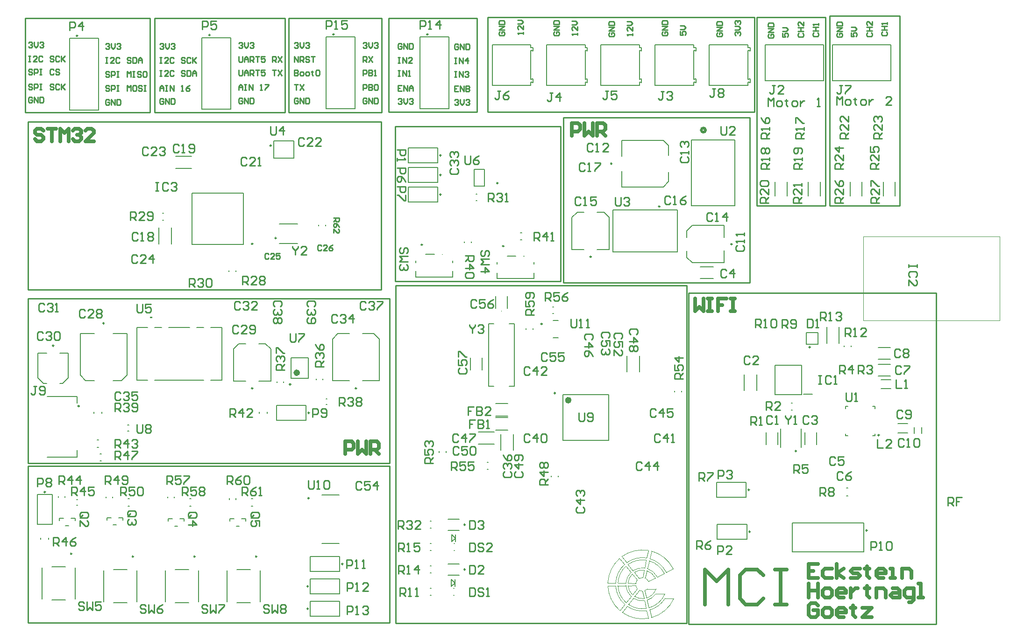
<source format=gto>
G04*
G04 #@! TF.GenerationSoftware,Altium Limited,Altium Designer,25.4.2 (15)*
G04*
G04 Layer_Color=65535*
%FSLAX44Y44*%
%MOMM*%
G71*
G04*
G04 #@! TF.SameCoordinates,145FFF0F-7840-416A-8FEA-007F4607A66E*
G04*
G04*
G04 #@! TF.FilePolarity,Positive*
G04*
G01*
G75*
%ADD10C,0.5080*%
%ADD11C,0.2500*%
%ADD12C,0.6000*%
%ADD13C,0.1000*%
%ADD14C,0.0571*%
%ADD15C,0.1142*%
%ADD16C,0.0571*%
%ADD17C,0.1524*%
%ADD18C,0.2000*%
%ADD19C,0.2540*%
%ADD20C,0.6350*%
G36*
X501015Y705231D02*
Y707771D01*
X504825D01*
Y705231D01*
X501015D01*
D02*
G37*
D10*
X1507490Y1046480D02*
G03*
X1507490Y1046480I-3810J0D01*
G01*
D11*
X1424820Y907830D02*
G03*
X1424820Y907830I-1250J0D01*
G01*
X687070Y840190D02*
G03*
X687070Y840190I-1250J0D01*
G01*
X755910Y585090D02*
G03*
X755910Y585090I-1250J0D01*
G01*
X1235470Y569160D02*
G03*
X1235470Y569160I-1250J0D01*
G01*
X1071900Y330200D02*
G03*
X1071900Y330200I-1250J0D01*
G01*
X1697530Y652520D02*
G03*
X1697530Y652520I-1250J0D01*
G01*
X359030Y277520D02*
G03*
X359030Y277520I-1250J0D01*
G01*
X1142070Y835810D02*
G03*
X1142070Y835810I-1250J0D01*
G01*
X720450Y1018420D02*
G03*
X720450Y1018420I-1250J0D01*
G01*
X1337960Y985520D02*
G03*
X1337960Y985520I-1250J0D01*
G01*
X687050Y577840D02*
G03*
X687050Y577840I-1250J0D01*
G01*
X417810Y695840D02*
G03*
X417810Y695840I-1250J0D01*
G01*
X326370Y655340D02*
G03*
X326370Y655340I-1250J0D01*
G01*
X875010Y577840D02*
G03*
X875010Y577840I-1250J0D01*
G01*
X1131260Y950120D02*
G03*
X1131260Y950120I-1250J0D01*
G01*
X789040Y378460D02*
G03*
X789040Y378460I-1250J0D01*
G01*
X1211680Y694640D02*
G03*
X1211680Y694640I-1250J0D01*
G01*
X1672430Y463930D02*
G03*
X1672430Y463930I-1250J0D01*
G01*
X729590Y850520D02*
G03*
X729590Y850520I-1250J0D01*
G01*
X372620Y545500D02*
G03*
X372620Y545500I-1250J0D01*
G01*
X1822406Y492910D02*
G03*
X1822406Y492910I-1250J0D01*
G01*
X1800590Y319840D02*
G03*
X1800590Y319840I-1250J0D01*
G01*
X1028330Y1000760D02*
G03*
X1028330Y1000760I-1250J0D01*
G01*
X1555740Y839470D02*
G03*
X1555740Y839470I-1250J0D01*
G01*
X1300460Y816600D02*
G03*
X1300460Y816600I-1250J0D01*
G01*
X1071900Y248920D02*
G03*
X1071900Y248920I-1250J0D01*
G01*
X1588400Y317495D02*
G03*
X1588400Y317495I-1250J0D01*
G01*
X1587130Y393700D02*
G03*
X1587130Y393700I-1250J0D01*
G01*
X369750Y1217680D02*
G03*
X369750Y1217680I-1250J0D01*
G01*
X609780Y1218950D02*
G03*
X609780Y1218950I-1250J0D01*
G01*
X1028330Y965200D02*
G03*
X1028330Y965200I-1250J0D01*
G01*
Y929640D02*
G03*
X1028330Y929640I-1250J0D01*
G01*
X311130Y389540D02*
G03*
X311130Y389540I-1250J0D01*
G01*
X789570Y533400D02*
G03*
X789570Y533400I-1250J0D01*
G01*
X850530Y259080D02*
G03*
X850530Y259080I-1250J0D01*
G01*
X787730Y218440D02*
G03*
X787730Y218440I-1250J0D01*
G01*
Y177800D02*
G03*
X787730Y177800I-1250J0D01*
G01*
X1004750Y1220220D02*
G03*
X1004750Y1220220I-1250J0D01*
G01*
X834570D02*
G03*
X834570Y1220220I-1250J0D01*
G01*
X994510Y838470D02*
G03*
X994510Y838470I-1250J0D01*
G01*
X470790Y272440D02*
G03*
X470790Y272440I-1250J0D01*
G01*
X582550D02*
G03*
X582550Y272440I-1250J0D01*
G01*
X694310D02*
G03*
X694310Y272440I-1250J0D01*
G01*
D12*
X769660Y606090D02*
G03*
X769660Y606090I-3000J0D01*
G01*
X1261720Y556160D02*
G03*
X1261720Y556160I-3000J0D01*
G01*
D13*
X1137920Y717300D02*
G03*
X1137920Y718300I0J500D01*
G01*
D02*
G03*
X1137920Y717300I0J-500D01*
G01*
X1793480Y853440D02*
X2040480D01*
X1793480Y701040D02*
Y853440D01*
Y701040D02*
X2040480D01*
Y853440D01*
D14*
X1330240Y224636D02*
G03*
X1330811Y224636I286J0D01*
G01*
D02*
G03*
X1330240Y224636I-286J0D01*
G01*
X1344993Y224398D02*
G03*
X1344422Y224398I-286J0D01*
G01*
X1363464Y224089D02*
G03*
X1362893Y224089I-286J0D01*
G01*
X1344422Y224398D02*
G03*
X1344993Y224398I286J0D01*
G01*
X1362893Y224089D02*
G03*
X1363464Y224089I286J0D01*
G01*
X1344442Y219183D02*
G03*
X1345013Y219183I286J0D01*
G01*
X1374555Y240619D02*
G03*
X1375126Y240619I286J0D01*
G01*
D02*
G03*
X1374555Y240619I-286J0D01*
G01*
X1374554Y240619D02*
G03*
X1375125Y240619I286J0D01*
G01*
D02*
G03*
X1374554Y240619I-286J0D01*
G01*
X1393644Y234233D02*
G03*
X1394215Y234233I286J0D01*
G01*
X1392793Y209689D02*
G03*
X1393364Y209689I286J0D01*
G01*
X1387730Y211057D02*
G03*
X1387159Y211057I-286J0D01*
G01*
X1392793Y209689D02*
G03*
X1393364Y209689I286J0D01*
G01*
Y209689D02*
G03*
X1392793Y209689I-286J0D01*
G01*
X1393364Y209689D02*
G03*
X1392793Y209689I-286J0D01*
G01*
X1362924Y219462D02*
G03*
X1363495Y219462I286J0D01*
G01*
X1348481Y219244D02*
G03*
X1349052Y219244I286J0D01*
G01*
D02*
G03*
X1348481Y219244I-286J0D01*
G01*
X1345013Y219183D02*
G03*
X1344442Y219183I-286J0D01*
G01*
X1363495Y219462D02*
G03*
X1362924Y219462I-286J0D01*
G01*
X1375531Y202944D02*
G03*
X1374960Y202944I-286J0D01*
G01*
X1379276Y200027D02*
G03*
X1378705Y200027I-286J0D01*
G01*
D02*
G03*
X1379276Y200027I286J0D01*
G01*
X1373063Y199922D02*
G03*
X1372492Y199922I-286J0D01*
G01*
X1378705Y200027D02*
G03*
X1379276Y200027I286J0D01*
G01*
X1366792Y224023D02*
G03*
X1367363Y224023I286J0D01*
G01*
D02*
G03*
X1366792Y224023I-286J0D01*
G01*
X1367399Y219521D02*
G03*
X1366828Y219521I-286J0D01*
G01*
X1367399Y219520D02*
G03*
X1366828Y219520I-286J0D01*
G01*
D02*
G03*
X1367399Y219520I286J0D01*
G01*
X1366828Y219521D02*
G03*
X1367399Y219521I286J0D01*
G01*
X1416084Y233715D02*
G03*
X1416655Y233715I286J0D01*
G01*
D02*
G03*
X1416084Y233715I-286J0D01*
G01*
X1419535Y235518D02*
G03*
X1420106Y235518I286J0D01*
G01*
X1403855Y227324D02*
G03*
X1404426Y227324I286J0D01*
G01*
X1420106Y235518D02*
G03*
X1419535Y235518I-286J0D01*
G01*
X1374960Y202944D02*
G03*
X1375531Y202944I286J0D01*
G01*
X1372492Y199922D02*
G03*
X1373063Y199922I286J0D01*
G01*
X1379276Y200027D02*
G03*
X1378705Y200027I-286J0D01*
G01*
X1381284Y219730D02*
G03*
X1380714Y219730I-286J0D01*
G01*
D02*
G03*
X1381284Y219730I286J0D01*
G01*
X1404426Y227324D02*
G03*
X1403855Y227324I-286J0D01*
G01*
X1432318Y242198D02*
G03*
X1432888Y242198I286J0D01*
G01*
D02*
G03*
X1432318Y242198I-286J0D01*
G01*
X1420106Y235518D02*
G03*
X1419535Y235518I-286J0D01*
G01*
X1436465Y244067D02*
G03*
X1435894Y244067I-286J0D01*
G01*
D02*
G03*
X1436465Y244067I286J0D01*
G01*
X1449052Y250592D02*
G03*
X1448481Y250592I-286J0D01*
G01*
D02*
G03*
X1449052Y250592I286J0D01*
G01*
X1419535Y235518D02*
G03*
X1420106Y235518I286J0D01*
G01*
X1375735Y246624D02*
G03*
X1376306Y246624I286J0D01*
G01*
D02*
G03*
X1375735Y246624I-286J0D01*
G01*
X1396314Y247819D02*
G03*
X1396885Y247819I286J0D01*
G01*
X1372640Y243633D02*
G03*
X1372069Y243633I-286J0D01*
G01*
X1366883Y258027D02*
G03*
X1367454Y258027I286J0D01*
G01*
D02*
G03*
X1366883Y258027I-286J0D01*
G01*
X1394215Y234233D02*
G03*
X1393644Y234233I-286J0D01*
G01*
D02*
G03*
X1394215Y234233I286J0D01*
G01*
X1398244Y233252D02*
G03*
X1397673Y233252I-286J0D01*
G01*
D02*
G03*
X1398244Y233252I286J0D01*
G01*
X1394215Y234233D02*
G03*
X1393644Y234233I-286J0D01*
G01*
X1401515Y213321D02*
G03*
X1402086Y213321I286J0D01*
G01*
D02*
G03*
X1401515Y213321I-286J0D01*
G01*
X1397684Y210473D02*
G03*
X1397113Y210473I-286J0D01*
G01*
X1397684Y210473D02*
G03*
X1397113Y210473I-286J0D01*
G01*
X1397113Y210473D02*
G03*
X1397684Y210473I286J0D01*
G01*
X1397113Y210473D02*
G03*
X1397684Y210473I286J0D01*
G01*
X1383727Y213683D02*
G03*
X1384298Y213683I286J0D01*
G01*
D02*
G03*
X1383727Y213683I-286J0D01*
G01*
X1417404Y213340D02*
G03*
X1417975Y213340I286J0D01*
G01*
D02*
G03*
X1417404Y213340I-286J0D01*
G01*
X1402417Y250551D02*
G03*
X1401846Y250551I-286J0D01*
G01*
X1405234Y264594D02*
G03*
X1405805Y264594I286J0D01*
G01*
X1405805Y264594D02*
G03*
X1405234Y264594I-286J0D01*
G01*
X1399850Y265808D02*
G03*
X1400421Y265808I286J0D01*
G01*
X1401846Y250551D02*
G03*
X1402417Y250551I286J0D01*
G01*
X1400421Y265808D02*
G03*
X1399850Y265808I-286J0D01*
G01*
X1405805Y264594D02*
G03*
X1405234Y264594I-286J0D01*
G01*
X1380713Y219730D02*
G03*
X1381284Y219730I286J0D01*
G01*
X1381212Y223791D02*
G03*
X1380641Y223791I-286J0D01*
G01*
D02*
G03*
X1381212Y223791I286J0D01*
G01*
X1381284Y219730D02*
G03*
X1380713Y219730I-286J0D01*
G01*
X1383400Y229896D02*
G03*
X1383971Y229896I286J0D01*
G01*
D02*
G03*
X1383400Y229896I-286J0D01*
G01*
X1387159Y211057D02*
G03*
X1387730Y211057I286J0D01*
G01*
X1372069Y243633D02*
G03*
X1372640Y243633I286J0D01*
G01*
X1403333Y283527D02*
G03*
X1403904Y283527I286J0D01*
G01*
X1401200Y269769D02*
G03*
X1400629Y269769I-286J0D01*
G01*
X1403904Y283527D02*
G03*
X1403333Y283527I-286J0D01*
G01*
X1403904Y283527D02*
G03*
X1403333Y283527I-286J0D01*
G01*
D02*
G03*
X1403904Y283527I286J0D01*
G01*
X1409508Y282313D02*
G03*
X1410079Y282313I286J0D01*
G01*
X1364978Y261217D02*
G03*
X1364407Y261217I-286J0D01*
G01*
X1355709Y272421D02*
G03*
X1356280Y272421I286J0D01*
G01*
D02*
G03*
X1355709Y272421I-286J0D01*
G01*
X1432318Y242198D02*
G03*
X1432889Y242198I286J0D01*
G01*
D02*
G03*
X1432318Y242198I-286J0D01*
G01*
X1410079Y282313D02*
G03*
X1409508Y282313I-286J0D01*
G01*
X1360305Y257894D02*
G03*
X1360876Y257894I286J0D01*
G01*
X1364407Y261217D02*
G03*
X1364978Y261217I286J0D01*
G01*
X1364407Y261217D02*
G03*
X1364978Y261217I286J0D01*
G01*
D02*
G03*
X1364407Y261217I-286J0D01*
G01*
X1360876Y257894D02*
G03*
X1360305Y257894I-286J0D01*
G01*
X1450411Y196174D02*
G03*
X1449840Y196174I-286J0D01*
G01*
D02*
G03*
X1450411Y196174I286J0D01*
G01*
X1433609Y204505D02*
G03*
X1434179Y204505I286J0D01*
G01*
D02*
G03*
X1433609Y204505I-286J0D01*
G01*
X1416084Y233715D02*
G03*
X1416655Y233715I286J0D01*
G01*
D02*
G03*
X1416084Y233715I-286J0D01*
G01*
X1396885Y247819D02*
G03*
X1396314Y247819I-286J0D01*
G01*
X1400931Y246755D02*
G03*
X1401502Y246755I286J0D01*
G01*
X1401501Y246756D02*
G03*
X1400930Y246756I-286J0D01*
G01*
D02*
G03*
X1401501Y246756I286J0D01*
G01*
X1399850Y265808D02*
G03*
X1400421Y265808I286J0D01*
G01*
X1405234Y264594D02*
G03*
X1405805Y264594I286J0D01*
G01*
X1401502Y246755D02*
G03*
X1400931Y246755I-286J0D01*
G01*
X1400421Y265808D02*
G03*
X1399850Y265808I-286J0D01*
G01*
X1351363Y268735D02*
G03*
X1351934Y268735I286J0D01*
G01*
D02*
G03*
X1351363Y268735I-286J0D01*
G01*
X1351363Y268735D02*
G03*
X1351934Y268735I286J0D01*
G01*
X1400629Y269769D02*
G03*
X1401200Y269769I286J0D01*
G01*
X1351934Y268735D02*
G03*
X1351363Y268735I-286J0D01*
G01*
X1363361Y188737D02*
G03*
X1363932Y188737I286J0D01*
G01*
X1360808Y185609D02*
G03*
X1361378Y185609I286J0D01*
G01*
X1363361Y188737D02*
G03*
X1363932Y188737I286J0D01*
G01*
X1365083Y182255D02*
G03*
X1365654Y182255I286J0D01*
G01*
D02*
G03*
X1365083Y182255I-286J0D01*
G01*
X1363932Y188737D02*
G03*
X1363361Y188737I-286J0D01*
G01*
X1361378Y185609D02*
G03*
X1360808Y185609I-286J0D01*
G01*
X1363932Y188737D02*
G03*
X1363361Y188737I-286J0D01*
G01*
X1402012Y193275D02*
G03*
X1401441Y193275I-286J0D01*
G01*
D02*
G03*
X1402012Y193275I286J0D01*
G01*
X1405534Y179279D02*
G03*
X1404963Y179279I-286J0D01*
G01*
X1402012Y193275D02*
G03*
X1401441Y193275I-286J0D01*
G01*
D02*
G03*
X1402012Y193275I286J0D01*
G01*
X1400208Y178110D02*
G03*
X1399637Y178110I-286J0D01*
G01*
X1395746Y196062D02*
G03*
X1396317Y196062I286J0D01*
G01*
D02*
G03*
X1395746Y196062I-286J0D01*
G01*
X1397146Y192240D02*
G03*
X1396575Y192240I-286J0D01*
G01*
X1400490Y197056D02*
G03*
X1401061Y197056I286J0D01*
G01*
D02*
G03*
X1400490Y197056I-286J0D01*
G01*
X1351812Y174592D02*
G03*
X1352383Y174592I286J0D01*
G01*
D02*
G03*
X1351812Y174592I-286J0D01*
G01*
X1357023Y170993D02*
G03*
X1356452Y170993I-286J0D01*
G01*
D02*
G03*
X1357023Y170993I286J0D01*
G01*
X1376329Y196927D02*
G03*
X1376900Y196927I286J0D01*
G01*
X1376329Y196927D02*
G03*
X1376900Y196927I286J0D01*
G01*
X1367540Y185460D02*
G03*
X1368112Y185460I286J0D01*
G01*
D02*
G03*
X1367540Y185460I-286J0D01*
G01*
X1376900Y196927D02*
G03*
X1376329Y196927I-286J0D01*
G01*
X1376900Y196927D02*
G03*
X1376329Y196927I-286J0D01*
G01*
X1396575Y192240D02*
G03*
X1397146Y192240I286J0D01*
G01*
X1433904Y196373D02*
G03*
X1434475Y196373I286J0D01*
G01*
X1450410Y196174D02*
G03*
X1449839Y196174I-286J0D01*
G01*
X1434475Y196373D02*
G03*
X1433905Y196373I-286J0D01*
G01*
X1434475Y196373D02*
G03*
X1433904Y196373I-286J0D01*
G01*
X1433905Y196373D02*
G03*
X1434475Y196373I286J0D01*
G01*
X1449839Y196174D02*
G03*
X1450410Y196174I286J0D01*
G01*
X1400208Y178110D02*
G03*
X1399637Y178110I-286J0D01*
G01*
X1399637Y178110D02*
G03*
X1400208Y178110I286J0D01*
G01*
X1404963Y179279D02*
G03*
X1405534Y179279I286J0D01*
G01*
X1399637Y178110D02*
G03*
X1400208Y178110I286J0D01*
G01*
X1406519Y175365D02*
G03*
X1405948Y175365I-286J0D01*
G01*
D02*
G03*
X1406519Y175365I286J0D01*
G01*
X1405948Y175365D02*
G03*
X1406519Y175365I286J0D01*
G01*
X1409981Y161611D02*
G03*
X1409410Y161611I-286J0D01*
G01*
D02*
G03*
X1409981Y161611I286J0D01*
G01*
X1406519Y175365D02*
G03*
X1405948Y175365I-286J0D01*
G01*
X1404070Y160288D02*
G03*
X1403499Y160288I-286J0D01*
G01*
D02*
G03*
X1404070Y160288I286J0D01*
G01*
D15*
X1380999Y219730D02*
G03*
X1384012Y213683I12080J2246D01*
G01*
X1387444Y211057D02*
G03*
X1393079Y209689I5634J10919D01*
G01*
X1348766Y219244D02*
G03*
X1363647Y188737I44313J2732D01*
G01*
X1344728Y219183D02*
G03*
X1361093Y185609I48351J2793D01*
G01*
X1330586Y218970D02*
G03*
X1352097Y174592I62494J2890D01*
G01*
X1367113Y219521D02*
G03*
X1375245Y202944I25966J2455D01*
G01*
X1363209Y219462D02*
G03*
X1372778Y199922I29870J2514D01*
G01*
X1378990Y200027D02*
G03*
X1396032Y196062I14088J21949D01*
G01*
X1404140Y227324D02*
G03*
X1397959Y233252I-11062J-5349D01*
G01*
X1374840Y240619D02*
G03*
X1367078Y224023I18239J-18643D01*
G01*
X1419821Y235518D02*
G03*
X1402132Y250551I-26742J-13542D01*
G01*
X1416369Y233715D02*
G03*
X1401216Y246755I-23290J-11739D01*
G01*
X1448766Y250592D02*
G03*
X1409794Y282313I-55687J-28616D01*
G01*
X1432603Y242198D02*
G03*
X1405519Y264594I-39524J-20222D01*
G01*
X1436179Y244066D02*
G03*
X1406467Y268520I-43100J-22090D01*
G01*
X1396600Y247818D02*
G03*
X1378412Y243543I-3521J-25843D01*
G01*
X1397352Y251645D02*
G03*
X1376021Y246624I-4273J-29669D01*
G01*
X1393930Y234233D02*
G03*
X1386907Y232600I-851J-12257D01*
G01*
X1397398Y210473D02*
G03*
X1401800Y213321I-4319J11503D01*
G01*
X1400775Y197056D02*
G03*
X1417689Y213340I-7696J24920D01*
G01*
X1372355Y243633D02*
G03*
X1363178Y224089I20724J-21657D01*
G01*
X1383685Y229896D02*
G03*
X1380927Y223791I9394J-7920D01*
G01*
X1403618Y283527D02*
G03*
X1355994Y272421I-10496J-62656D01*
G01*
X1400136Y265808D02*
G03*
X1367168Y258027I-7057J-43832D01*
G01*
X1400914Y269769D02*
G03*
X1364692Y261217I-7836J-47794D01*
G01*
X1401727Y193275D02*
G03*
X1417523Y204627I-8648J28701D01*
G01*
X1405249Y179279D02*
G03*
X1433894Y204505I-12170J42696D01*
G01*
X1409712Y161550D02*
G03*
X1450125Y196174I-16632J60310D01*
G01*
X1363161Y254778D02*
G03*
X1348745Y224331I29918J-32802D01*
G01*
X1351649Y268735D02*
G03*
X1330581Y224635I41432J-46876D01*
G01*
X1360591Y257894D02*
G03*
X1344708Y224398I32488J-35919D01*
G01*
X1365369Y182255D02*
G03*
X1400778Y174160I27710J39721D01*
G01*
X1367826Y185460D02*
G03*
X1399922Y178110I25253J36515D01*
G01*
X1376615Y196927D02*
G03*
X1396860Y192240I16464J25049D01*
G01*
X1406234Y175365D02*
G03*
X1434190Y196373I-13155J46611D01*
G01*
X1356737Y170993D02*
G03*
X1403784Y160288I36154J50160D01*
G01*
X1330526Y224636D02*
X1344708Y224398D01*
X1348744Y224331D02*
X1363178Y224089D01*
X1348766Y219244D02*
X1363209Y219462D01*
X1378990Y200027D02*
X1387444Y211057D01*
X1374840Y240619D02*
X1383685Y229896D01*
X1330541Y218969D02*
X1344728Y219183D01*
X1363647Y188737D02*
X1372778Y199922D01*
X1375245Y202945D02*
X1384012Y213683D01*
X1404141Y227324D02*
X1416369Y233715D01*
X1367078Y224023D02*
X1380927Y223791D01*
X1367113Y219520D02*
X1380999Y219730D01*
X1419821Y235518D02*
X1432603Y242198D01*
X1436179Y244067D02*
X1448745Y250633D01*
X1367168Y258027D02*
X1376021Y246624D01*
X1363161Y254778D02*
X1372354Y243633D01*
X1397398Y210473D02*
X1400775Y197056D01*
X1393079Y209689D02*
X1396032Y196062D01*
X1401800Y213321D02*
X1417689Y213340D01*
X1402132Y250551D02*
X1405519Y264594D01*
X1378413Y243543D02*
X1386907Y232600D01*
X1400914Y269769D02*
X1403618Y283527D01*
X1406467Y268520D02*
X1409794Y282313D01*
X1397352Y251645D02*
X1400136Y265808D01*
X1355994Y272421D02*
X1364692Y261217D01*
X1434190Y196373D02*
X1450125Y196174D01*
X1417523Y204627D02*
X1433894Y204505D01*
X1393930Y234233D02*
X1396600Y247819D01*
X1397959Y233252D02*
X1401216Y246756D01*
X1351649Y268735D02*
X1360591Y257895D01*
X1356737Y170993D02*
X1365369Y182255D01*
X1352122Y174620D02*
X1361093Y185609D01*
X1401727Y193275D02*
X1405249Y179280D01*
X1396860Y192240D02*
X1399922Y178110D01*
X1367826Y185460D02*
X1376615Y196927D01*
X1400778Y174160D02*
X1403784Y160288D01*
X1406234Y175365D02*
X1409695Y161611D01*
D16*
X1409712Y161550D02*
D03*
X1405249Y179280D02*
D03*
X1403784Y160288D02*
D03*
X1400778Y174160D02*
D03*
X1400778Y174160D02*
D03*
X1375245Y202945D02*
D03*
X1330581Y224635D02*
D03*
X1330541Y218969D02*
D03*
X1344708Y224398D02*
D03*
X1344728Y219183D02*
D03*
X1348766Y219244D02*
D03*
X1348744Y224331D02*
D03*
X1367078Y224023D02*
D03*
X1363178Y224089D02*
D03*
X1363209Y219462D02*
D03*
X1348745Y224331D02*
D03*
X1372778Y199922D02*
D03*
X1330586Y218970D02*
D03*
X1356737Y170993D02*
D03*
X1361093Y185609D02*
D03*
X1365369Y182255D02*
D03*
X1367826Y185460D02*
D03*
X1352122Y174620D02*
D03*
X1417523Y204627D02*
D03*
X1448745Y250633D02*
D03*
X1433894Y204505D02*
D03*
X1417689Y213340D02*
D03*
X1417523Y204627D02*
D03*
X1436179Y244066D02*
D03*
X1363161Y254778D02*
D03*
X1372354Y243633D02*
D03*
X1376021Y246624D02*
D03*
X1355994Y272421D02*
D03*
X1363161Y254778D02*
D03*
X1367168Y258027D02*
D03*
X1360591Y257895D02*
D03*
X1400914Y269769D02*
D03*
X1406467Y268520D02*
D03*
X1397959Y233252D02*
D03*
X1397352Y251645D02*
D03*
X1402132Y250551D02*
D03*
X1397352Y251645D02*
D03*
X1409794Y282313D02*
D03*
X1387444Y211057D02*
D03*
X1396032Y196062D02*
D03*
X1400775Y197056D02*
D03*
X1401800Y213321D02*
D03*
X1396600Y247819D02*
D03*
X1404140Y227324D02*
D03*
X1396860Y192240D02*
D03*
X1383685Y229896D02*
D03*
X1384012Y213683D02*
D03*
X1378413Y243543D02*
D03*
X1378412Y243543D02*
D03*
X1386907Y232600D02*
D03*
X1386907Y232600D02*
D03*
X1380927Y223791D02*
D03*
X1406467Y268520D02*
D03*
D17*
X1482090Y909320D02*
Y1028700D01*
Y909320D02*
X1560830D01*
Y1028700D01*
X1482090D02*
X1560830D01*
X476504Y687832D02*
X496799D01*
X630936Y592328D02*
Y687832D01*
X610641D02*
X630936D01*
X476504Y592328D02*
Y687832D01*
Y592328D02*
X496799D01*
X509041D02*
X598399D01*
X610641D02*
X630936D01*
X585241Y687832D02*
X598399D01*
X534441D02*
X572999D01*
X509041D02*
X522199D01*
D18*
X1339670Y825380D02*
X1456670D01*
X1339670D02*
Y901380D01*
X1456670Y825380D02*
Y901380D01*
X1339670D02*
X1456670D01*
X1633100Y566690D02*
X1681600D01*
X1633100D02*
Y619490D01*
X1681600D01*
Y566690D02*
Y619490D01*
X1685100Y567290D02*
X1701600D01*
X644490Y376080D02*
Y378080D01*
X655990Y376080D02*
Y378080D01*
X806550Y872760D02*
Y874760D01*
X819050Y872760D02*
Y874760D01*
X367680Y376090D02*
X369680D01*
X367680Y365590D02*
X369680D01*
X1663060Y551080D02*
X1665060D01*
X1663060Y538580D02*
X1665060D01*
X730850Y588280D02*
Y590280D01*
X742350Y588280D02*
Y590280D01*
X577070Y838690D02*
X670070D01*
X577070D02*
Y931690D01*
X670070D01*
Y838690D02*
Y931690D01*
X756660Y596090D02*
X787660D01*
X756660Y633090D02*
X787660D01*
X756660Y596090D02*
Y633090D01*
X787660Y596090D02*
Y633090D01*
X1051390Y283310D02*
X1052410D01*
X1051390Y295810D02*
X1052410D01*
X1054170Y299360D02*
Y312060D01*
X1047820D02*
X1054170Y305710D01*
X1047820Y299360D02*
X1054170Y305710D01*
X1047820Y299360D02*
Y312060D01*
X1248720Y483160D02*
X1331720D01*
X1248720Y566160D02*
X1331720D01*
Y483160D02*
Y566160D01*
X1248720Y483160D02*
Y566160D01*
X1040400Y340200D02*
X1061400D01*
X1040400Y320200D02*
X1061400D01*
X1690030Y657520D02*
Y678520D01*
X1711030D01*
Y657520D02*
Y678520D01*
X1690030Y657520D02*
X1711030D01*
X684390Y377840D02*
X686890D01*
X684390Y363840D02*
X686890D01*
X365280Y195270D02*
Y251770D01*
X323030Y193520D02*
X347530D01*
X305280Y195270D02*
Y251770D01*
X323030Y253520D02*
X347530D01*
X1148070Y818060D02*
X1163570D01*
X1178070D02*
X1178570D01*
X1196820Y777060D02*
Y787660D01*
Y803160D02*
Y806960D01*
X1129820Y777060D02*
X1196820D01*
X1129820D02*
Y787660D01*
Y803160D02*
Y806960D01*
X1825590Y593720D02*
X1843590D01*
X1825590Y577220D02*
X1843590D01*
X724700Y995170D02*
Y1026670D01*
Y995170D02*
X761200D01*
Y1026670D01*
X724700D02*
X761200D01*
X1127355Y526930D02*
X1149355D01*
X1127355Y549980D02*
X1149355D01*
X1497940Y776750D02*
X1522061D01*
X1497940Y798250D02*
X1522061D01*
X1430710Y1028020D02*
X1440710Y1018020D01*
X1430710Y943020D02*
X1440710Y953020D01*
Y970520D01*
Y1000520D02*
Y1018020D01*
X1355710Y1028020D02*
X1430710D01*
X1355710Y943020D02*
X1430710D01*
X1355710Y999270D02*
Y1028020D01*
Y943020D02*
Y971770D01*
X697550Y590840D02*
X719800D01*
X651800D02*
X674050D01*
X651800Y648840D02*
X661800Y658840D01*
X709800D02*
X719800Y648840D01*
Y590840D02*
Y648840D01*
X697800Y658840D02*
X709800D01*
X661800D02*
X673800D01*
X651800Y590840D02*
Y648840D01*
X374060Y676840D02*
X399560D01*
X433560D02*
X459060D01*
Y601840D02*
Y676840D01*
X374060Y601840D02*
Y676840D01*
Y601840D02*
X384060Y591840D01*
X449060D02*
X459060Y601840D01*
X433560Y591840D02*
X449060D01*
X384060D02*
X399560D01*
X307620Y586840D02*
X313370D01*
X336870D02*
X342620D01*
X297620Y596840D02*
X307620Y586840D01*
X297620Y596840D02*
Y641840D01*
X342620Y586840D02*
X352620Y596840D01*
Y641840D01*
X336870D02*
X352620D01*
X297620D02*
X313370D01*
X885510Y676840D02*
X906260D01*
X916260Y666840D01*
Y591840D02*
Y666840D01*
X841260Y676840D02*
X862010D01*
X831260Y666840D02*
X841260Y676840D01*
X831260Y591840D02*
Y666840D01*
Y591840D02*
X862010D01*
X885510D02*
X916260D01*
X1727819Y659706D02*
Y688767D01*
X1749441Y659706D02*
Y688767D01*
X1829710Y927269D02*
Y952331D01*
X1851210Y927269D02*
Y952331D01*
X1088242Y945120D02*
X1106694D01*
X1088242D02*
Y975120D01*
X1106694D01*
Y945120D02*
Y975120D01*
X812540Y384110D02*
X843540D01*
X812540Y296610D02*
X843540D01*
X699120Y532150D02*
Y534650D01*
X713120Y532150D02*
Y534650D01*
X1008543Y283310D02*
X1009995D01*
X1008543Y295810D02*
X1009995D01*
X1112143Y430630D02*
X1113594D01*
X1112143Y443130D02*
X1113594D01*
X1899073Y496387D02*
Y506886D01*
X1885550Y496400D02*
Y506900D01*
X1387961Y607748D02*
Y636810D01*
X1365399Y607748D02*
Y636810D01*
X1820340Y652100D02*
X1842340D01*
X1820340Y630600D02*
X1842340D01*
X1820393Y621697D02*
X1842393D01*
X1820340Y600120D02*
X1842340D01*
X1856477Y513990D02*
X1873976D01*
X1856530Y496960D02*
X1874030D01*
X1230930Y669640D02*
X1240430D01*
X1230930Y700640D02*
X1240430D01*
X1643680Y470680D02*
Y504680D01*
X1681180Y470680D02*
Y504680D01*
X735340Y876520D02*
X768340D01*
X735340Y840520D02*
X768340D01*
X656880Y327722D02*
X662600D01*
X674240Y336491D02*
Y340722D01*
X645240D02*
X653100D01*
X666380D02*
X674240D01*
X645240Y336491D02*
Y340722D01*
X314420Y563300D02*
X368870D01*
X314420Y452700D02*
X368870D01*
Y465250D01*
Y550750D02*
Y563300D01*
X547239Y999101D02*
X576401D01*
X547239Y976539D02*
X576401D01*
X1810656Y544910D02*
X1814656D01*
Y540910D02*
Y544910D01*
X1761156D02*
X1765156D01*
X1761156Y540910D02*
Y544910D01*
Y491410D02*
Y495410D01*
Y491410D02*
X1765156D01*
X1810656D02*
X1814656D01*
Y495410D01*
X459679Y500393D02*
X462678D01*
X459679Y511393D02*
X462678D01*
X1114420Y695300D02*
X1123920D01*
X1114420Y581300D02*
Y695300D01*
Y581300D02*
X1123920D01*
X1151920D02*
X1161420D01*
Y695300D01*
X1151920D02*
X1161420D01*
X1584400Y1138390D02*
Y1190790D01*
Y1127590D02*
Y1133390D01*
X1588400Y1132640D02*
Y1139140D01*
X1584400Y1133390D02*
X1588400Y1132640D01*
X1584400Y1138390D02*
X1588400Y1139140D01*
X1584400Y1195790D02*
Y1201590D01*
Y1190790D02*
X1588400Y1190040D01*
X1584400Y1195790D02*
X1588400Y1196540D01*
Y1190040D02*
Y1196540D01*
X1514400Y1127590D02*
Y1201590D01*
X1584400D01*
X1514400Y1127590D02*
X1584400D01*
X1737900Y1135900D02*
X1843500D01*
X1737900D02*
Y1200900D01*
X1843500D01*
Y1135900D02*
Y1200900D01*
X1794740Y281190D02*
Y333490D01*
X1664740D02*
X1794740D01*
X1664740Y281190D02*
X1794740D01*
X1664740D02*
Y333490D01*
X968780Y987310D02*
Y1014210D01*
Y987310D02*
X1022580D01*
Y1014210D01*
X968780D02*
X1022580D01*
X1617390Y475290D02*
Y497290D01*
X1638890Y475290D02*
Y497290D01*
X1600051Y573867D02*
Y603029D01*
X1577489Y573867D02*
Y603029D01*
X1687240Y475410D02*
Y497410D01*
X1708740Y475410D02*
Y497410D01*
X1483490Y805470D02*
X1541490D01*
X1473490Y815470D02*
Y827470D01*
Y851470D02*
Y863470D01*
X1483490Y873470D02*
X1541490D01*
X1473490Y863470D02*
X1483490Y873470D01*
X1473490Y815470D02*
X1483490Y805470D01*
X1541490D02*
Y827720D01*
Y851220D02*
Y873470D01*
X1265210Y829600D02*
Y887600D01*
X1275210Y897600D02*
X1287210D01*
X1311210D02*
X1323210D01*
X1333210Y829600D02*
Y887600D01*
X1323210Y897600D02*
X1333210Y887600D01*
X1265210D02*
X1275210Y897600D01*
X1265210Y829600D02*
X1287460D01*
X1310960D02*
X1333210D01*
X517039Y840129D02*
Y869291D01*
X539601Y840129D02*
Y869291D01*
X1127170Y722940D02*
Y744940D01*
X1148670Y722940D02*
Y744940D01*
X1081450Y611180D02*
Y633180D01*
X1102950Y611180D02*
Y633180D01*
X1040400Y258920D02*
X1061400D01*
X1040400Y238920D02*
X1061400D01*
X1050710Y202030D02*
X1051730D01*
X1050710Y214530D02*
X1051730D01*
X1053490Y218080D02*
Y230780D01*
X1047140D02*
X1053490Y224430D01*
X1047140Y218080D02*
X1053490Y224430D01*
X1047140Y218080D02*
Y230780D01*
X1127355Y501530D02*
X1149355D01*
X1127355Y524580D02*
X1149355D01*
X1615980Y1135900D02*
X1721580D01*
X1615980D02*
Y1200900D01*
X1721580D01*
Y1135900D02*
Y1200900D01*
X1486045Y1138390D02*
Y1190790D01*
Y1127590D02*
Y1133390D01*
X1490045Y1132640D02*
Y1139140D01*
X1486045Y1133390D02*
X1490045Y1132640D01*
X1486045Y1138390D02*
X1490045Y1139140D01*
X1486045Y1195790D02*
Y1201590D01*
Y1190790D02*
X1490045Y1190040D01*
X1486045Y1195790D02*
X1490045Y1196540D01*
Y1190040D02*
Y1196540D01*
X1416045Y1127590D02*
Y1201590D01*
X1486045D01*
X1416045Y1127590D02*
X1486045D01*
X1289335Y1138390D02*
Y1190790D01*
Y1127590D02*
Y1133390D01*
X1293335Y1132640D02*
Y1139140D01*
X1289335Y1133390D02*
X1293335Y1132640D01*
X1289335Y1138390D02*
X1293335Y1139140D01*
X1289335Y1195790D02*
Y1201590D01*
Y1190790D02*
X1293335Y1190040D01*
X1289335Y1195790D02*
X1293335Y1196540D01*
Y1190040D02*
Y1196540D01*
X1219335Y1127590D02*
Y1201590D01*
X1289335D01*
X1219335Y1127590D02*
X1289335D01*
X1387690Y1138390D02*
Y1190790D01*
Y1127590D02*
Y1133390D01*
X1391690Y1132640D02*
Y1139140D01*
X1387690Y1133390D02*
X1391690Y1132640D01*
X1387690Y1138390D02*
X1391690Y1139140D01*
X1387690Y1195790D02*
Y1201590D01*
Y1190790D02*
X1391690Y1190040D01*
X1387690Y1195790D02*
X1391690Y1196540D01*
Y1190040D02*
Y1196540D01*
X1317690Y1127590D02*
Y1201590D01*
X1387690D01*
X1317690Y1127590D02*
X1387690D01*
X1190980Y1138390D02*
Y1190790D01*
Y1127590D02*
Y1133390D01*
X1194980Y1132640D02*
Y1139140D01*
X1190980Y1133390D02*
X1194980Y1132640D01*
X1190980Y1138390D02*
X1194980Y1139140D01*
X1190980Y1195790D02*
Y1201590D01*
Y1190790D02*
X1194980Y1190040D01*
X1190980Y1195790D02*
X1194980Y1196540D01*
Y1190040D02*
Y1196540D01*
X1120980Y1127590D02*
Y1201590D01*
X1190980D01*
X1120980Y1127590D02*
X1190980D01*
X1528850Y330945D02*
X1582650D01*
Y304045D02*
Y330945D01*
X1528850Y304045D02*
X1582650D01*
X1528850D02*
Y330945D01*
X1527580Y380250D02*
Y407150D01*
Y380250D02*
X1581380D01*
Y407150D01*
X1527580D02*
X1581380D01*
X354850Y1213080D02*
X407150D01*
X354850Y1083080D02*
Y1213080D01*
X407150Y1083080D02*
Y1213080D01*
X354850Y1083080D02*
X407150D01*
X594880Y1084350D02*
X647180D01*
Y1214350D01*
X594880Y1084350D02*
Y1214350D01*
X647180D01*
X968780Y951750D02*
Y978650D01*
Y951750D02*
X1022580D01*
Y978650D01*
X968780D02*
X1022580D01*
X968780Y943090D02*
X1022580D01*
Y916190D02*
Y943090D01*
X968780Y916190D02*
X1022580D01*
X968780D02*
Y943090D01*
X296430Y331240D02*
Y385040D01*
X323330D01*
Y331240D02*
Y385040D01*
X296430Y331240D02*
X323330D01*
X730020Y519950D02*
Y546850D01*
Y519950D02*
X783820D01*
Y546850D01*
X730020D02*
X783820D01*
X790980Y245630D02*
Y272530D01*
Y245630D02*
X844780D01*
Y272530D01*
X790980D02*
X844780D01*
X844780Y204990D02*
Y231890D01*
X790980D02*
X844780D01*
X790980Y204990D02*
Y231890D01*
Y204990D02*
X844780D01*
Y164350D02*
Y191250D01*
X790980D02*
X844780D01*
X790980Y164350D02*
Y191250D01*
Y164350D02*
X844780D01*
X989850Y1215620D02*
X1042150D01*
X989850Y1085620D02*
Y1215620D01*
X1042150Y1085620D02*
Y1215620D01*
X989850Y1085620D02*
X1042150D01*
X819670Y1215620D02*
X871970D01*
X819670Y1085620D02*
Y1215620D01*
X871970Y1085620D02*
Y1215620D01*
X819670Y1085620D02*
X871970D01*
X336020Y337549D02*
Y341780D01*
X357160D02*
X365020D01*
X336020D02*
X343880D01*
X365020Y337549D02*
Y341780D01*
X347660Y328780D02*
X353380D01*
X422380Y338607D02*
Y342838D01*
X443520D02*
X451380D01*
X422380D02*
X430240D01*
X451380Y338607D02*
Y342838D01*
X434020Y329838D02*
X439740D01*
X533480Y336491D02*
Y340722D01*
X554620D02*
X562480D01*
X533480D02*
X541340D01*
X562480Y336491D02*
Y340722D01*
X545120Y327722D02*
X550840D01*
X1762780Y382890D02*
X1765280D01*
X1762780Y396890D02*
X1765280D01*
X1771550Y653706D02*
Y655157D01*
X1759050Y653706D02*
Y655157D01*
X1633670Y927269D02*
Y952331D01*
X1655170Y927269D02*
Y952331D01*
X1693937Y927269D02*
Y952331D01*
X1715437Y927269D02*
Y952331D01*
X1769443Y927269D02*
Y952331D01*
X1790943Y927269D02*
Y952331D01*
X643990Y790103D02*
Y791554D01*
X656490Y790103D02*
Y791554D01*
X523784Y895250D02*
X525236D01*
X523784Y882750D02*
X525236D01*
X1091200Y918810D02*
X1093200D01*
X1091200Y930310D02*
X1093200D01*
X1008543Y323950D02*
X1009995D01*
X1008543Y336450D02*
X1009995D01*
X813470Y593360D02*
Y595360D01*
X801970Y593360D02*
Y595360D01*
X819800Y548470D02*
X821800D01*
X819800Y558970D02*
X821800D01*
X399400Y532310D02*
Y534810D01*
X413400Y532310D02*
Y534810D01*
X1083210Y842120D02*
Y844120D01*
X1070710Y842120D02*
Y844120D01*
X1172320Y859690D02*
X1174320D01*
X1172320Y847190D02*
X1174320D01*
X404990Y484520D02*
X407490D01*
X404990Y470520D02*
X407490D01*
X334610Y380000D02*
Y382000D01*
X346110Y380000D02*
Y382000D01*
X316880Y303550D02*
Y306050D01*
X302880Y303550D02*
Y306050D01*
X410320Y445870D02*
X412320D01*
X410320Y458370D02*
X412320D01*
X1228190Y417486D02*
Y418937D01*
X1240690Y417486D02*
Y418937D01*
X432470Y378840D02*
Y380840D01*
X420970Y378840D02*
Y380840D01*
X461030Y377840D02*
X463530D01*
X461030Y363840D02*
X463530D01*
X1024990Y461440D02*
Y463440D01*
X1037490Y461440D02*
Y463440D01*
X1464210Y571663D02*
Y573114D01*
X1451710Y571663D02*
Y573114D01*
X1230058Y713846D02*
X1232058D01*
X1230058Y725347D02*
X1232058D01*
X544230Y378840D02*
Y380840D01*
X532730Y378840D02*
Y380840D01*
X572630Y377840D02*
X575130D01*
X572630Y363840D02*
X575130D01*
X1194970Y684640D02*
Y686640D01*
X1182470Y684640D02*
Y686640D01*
X1000510Y820720D02*
X1016010D01*
X1030510D02*
X1031010D01*
X1049260Y779720D02*
Y790320D01*
Y805820D02*
Y809620D01*
X982260Y779720D02*
X1049260D01*
X982260D02*
Y790320D01*
Y805820D02*
Y809620D01*
X434790Y248440D02*
X459290D01*
X417040Y190190D02*
Y246690D01*
X434790Y188440D02*
X459290D01*
X477040Y190190D02*
Y246690D01*
X546550Y248440D02*
X571050D01*
X528800Y190190D02*
Y246690D01*
X546550Y188440D02*
X571050D01*
X588800Y190190D02*
Y246690D01*
X658310Y248440D02*
X682810D01*
X640560Y190190D02*
Y246690D01*
X658310Y188440D02*
X682810D01*
X700560Y190190D02*
Y246690D01*
X1159361Y465508D02*
Y494571D01*
X1136799Y465508D02*
Y494571D01*
X1095428Y476399D02*
X1124490D01*
X1095428Y498961D02*
X1124490D01*
X1008543Y202030D02*
X1009995D01*
X1008543Y214530D02*
X1009995D01*
X1008543Y242670D02*
X1009995D01*
X1008543Y255170D02*
X1009995D01*
D19*
X933450Y1079500D02*
X1093470D01*
X933450Y1249680D02*
X1093470D01*
Y1079500D02*
Y1249680D01*
X933450Y1079500D02*
Y1249680D01*
X279400Y152400D02*
X934720D01*
X279400Y436880D02*
X934720D01*
Y152400D02*
Y436880D01*
X279400Y152400D02*
Y436880D01*
Y756920D02*
X919480D01*
X279400Y1061720D02*
X919480D01*
Y756920D02*
Y1061720D01*
X279400Y756920D02*
Y1061720D01*
X1249680Y769620D02*
X1587500D01*
X1249680Y1069340D02*
X1587500D01*
Y769620D02*
Y1069340D01*
X1249680Y769620D02*
Y1069340D01*
X751840Y1078230D02*
X920750D01*
X751840Y1249680D02*
X920750D01*
Y1078230D02*
Y1249680D01*
X751840Y1078230D02*
Y1249680D01*
X274320Y1078230D02*
X500380D01*
X274320Y1249680D02*
X500380D01*
Y1078230D02*
Y1249680D01*
X274320Y1078230D02*
Y1249680D01*
X944880Y772160D02*
X1244600D01*
X944880Y1052830D02*
X1244600D01*
Y772160D02*
Y1052830D01*
X944880Y772160D02*
Y1052830D01*
X1477010Y149860D02*
X1925320D01*
X1477010Y750570D02*
X1925320D01*
Y149860D02*
Y750570D01*
X1477010Y149860D02*
Y750570D01*
X1112520Y1079500D02*
X1596390D01*
X1112520Y1250950D02*
X1596390D01*
Y1079500D02*
Y1250950D01*
X1112520Y1079500D02*
Y1250950D01*
X946150Y151130D02*
X1473200D01*
X946150Y764540D02*
X1473200D01*
Y151130D02*
Y764540D01*
X946150Y151130D02*
Y764540D01*
X1732280Y909320D02*
X1859280D01*
X1732280Y1253490D02*
X1859280D01*
Y909320D02*
Y1253490D01*
X1732280Y909320D02*
Y1253490D01*
X1600200Y909320D02*
X1724660D01*
X1600200Y1250950D02*
X1724660D01*
Y909320D02*
Y1250950D01*
X1600200Y909320D02*
Y1250950D01*
X279400Y441960D02*
X934720D01*
X279400Y740410D02*
X934720D01*
Y441960D02*
Y740410D01*
X279400Y441960D02*
Y740410D01*
X509270Y1078230D02*
X745490D01*
X509270Y1249680D02*
X745490D01*
Y1078230D02*
Y1249680D01*
X509270Y1078230D02*
Y1249680D01*
X1818644Y485137D02*
Y469902D01*
X1828801D01*
X1844036D02*
X1833879D01*
X1844036Y480059D01*
Y482598D01*
X1841497Y485137D01*
X1836418D01*
X1833879Y482598D01*
X1535434Y1052828D02*
Y1040132D01*
X1537973Y1037592D01*
X1543052D01*
X1545591Y1040132D01*
Y1052828D01*
X1560826Y1037592D02*
X1550669D01*
X1560826Y1047749D01*
Y1050288D01*
X1558287Y1052828D01*
X1553208D01*
X1550669Y1050288D01*
X477012Y730499D02*
Y717803D01*
X479551Y715264D01*
X484630D01*
X487169Y717803D01*
Y730499D01*
X502404D02*
X492247D01*
Y722881D01*
X497325Y725421D01*
X499865D01*
X502404Y722881D01*
Y717803D01*
X499865Y715264D01*
X494786D01*
X492247Y717803D01*
X1343664Y924557D02*
Y911862D01*
X1346203Y909323D01*
X1351282D01*
X1353821Y911862D01*
Y924557D01*
X1358899Y922018D02*
X1361438Y924557D01*
X1366517D01*
X1369056Y922018D01*
Y919479D01*
X1366517Y916940D01*
X1363978D01*
X1366517D01*
X1369056Y914401D01*
Y911862D01*
X1366517Y909323D01*
X1361438D01*
X1358899Y911862D01*
X1711965Y600708D02*
X1717044D01*
X1714505D01*
Y585472D01*
X1711965D01*
X1717044D01*
X1734818Y598168D02*
X1732279Y600708D01*
X1727200D01*
X1724661Y598168D01*
Y588012D01*
X1727200Y585472D01*
X1732279D01*
X1734818Y588012D01*
X1739896Y585472D02*
X1744975D01*
X1742435D01*
Y600708D01*
X1739896Y598168D01*
X1597666Y688343D02*
Y703577D01*
X1605284D01*
X1607823Y701038D01*
Y695960D01*
X1605284Y693421D01*
X1597666D01*
X1602744D02*
X1607823Y688343D01*
X1612901D02*
X1617980D01*
X1615440D01*
Y703577D01*
X1612901Y701038D01*
X1625597D02*
X1628136Y703577D01*
X1633215D01*
X1635754Y701038D01*
Y690882D01*
X1633215Y688343D01*
X1628136D01*
X1625597Y690882D01*
Y701038D01*
X1821178Y976027D02*
X1805942D01*
Y983644D01*
X1808482Y986183D01*
X1813560D01*
X1816099Y983644D01*
Y976027D01*
Y981105D02*
X1821178Y986183D01*
Y1001418D02*
Y991262D01*
X1811021Y1001418D01*
X1808482D01*
X1805942Y998879D01*
Y993801D01*
X1808482Y991262D01*
X1805942Y1016654D02*
Y1006497D01*
X1813560D01*
X1811021Y1011575D01*
Y1014114D01*
X1813560Y1016654D01*
X1818638D01*
X1821178Y1014114D01*
Y1009036D01*
X1818638Y1006497D01*
X1495044Y409448D02*
Y424683D01*
X1502661D01*
X1505201Y422144D01*
Y417066D01*
X1502661Y414526D01*
X1495044D01*
X1500122D02*
X1505201Y409448D01*
X1510279Y424683D02*
X1520436D01*
Y422144D01*
X1510279Y411987D01*
Y409448D01*
X640087Y403862D02*
Y419098D01*
X647704D01*
X650243Y416558D01*
Y411480D01*
X647704Y408941D01*
X640087D01*
X645165D02*
X650243Y403862D01*
X665478Y419098D02*
X660400Y416558D01*
X655322Y411480D01*
Y406402D01*
X657861Y403862D01*
X662939D01*
X665478Y406402D01*
Y408941D01*
X662939Y411480D01*
X655322D01*
X670557Y416558D02*
X673096Y419098D01*
X678174D01*
X680713Y416558D01*
Y406402D01*
X678174Y403862D01*
X673096D01*
X670557Y406402D01*
Y416558D01*
X833122Y887462D02*
X843278D01*
Y882384D01*
X841586Y880691D01*
X838200D01*
X836507Y882384D01*
Y887462D01*
Y884077D02*
X833122Y880691D01*
X843278Y870534D02*
X841586Y873920D01*
X838200Y877306D01*
X834814D01*
X833122Y875613D01*
Y872227D01*
X834814Y870534D01*
X836507D01*
X838200Y872227D01*
Y877306D01*
X833122Y860378D02*
Y867149D01*
X839893Y860378D01*
X841586D01*
X843278Y862070D01*
Y865456D01*
X841586Y867149D01*
X358527Y383543D02*
Y398778D01*
X366144D01*
X368683Y396239D01*
Y391160D01*
X366144Y388621D01*
X358527D01*
X363605D02*
X368683Y383543D01*
X381379D02*
Y398778D01*
X373762Y391160D01*
X383918D01*
X399154Y398778D02*
X388997D01*
Y391160D01*
X394075Y393699D01*
X396614D01*
X399154Y391160D01*
Y386082D01*
X396614Y383543D01*
X391536D01*
X388997Y386082D01*
X1589278Y511048D02*
Y526283D01*
X1596895D01*
X1599435Y523744D01*
Y518666D01*
X1596895Y516126D01*
X1589278D01*
X1594356D02*
X1599435Y511048D01*
X1604513D02*
X1609591D01*
X1607052D01*
Y526283D01*
X1604513Y523744D01*
X1617074Y538482D02*
Y553717D01*
X1624692D01*
X1627231Y551178D01*
Y546100D01*
X1624692Y543561D01*
X1617074D01*
X1622153D02*
X1627231Y538482D01*
X1642466D02*
X1632309D01*
X1642466Y548639D01*
Y551178D01*
X1639927Y553717D01*
X1634848D01*
X1632309Y551178D01*
X744218Y611517D02*
X728982D01*
Y619134D01*
X731522Y621673D01*
X736600D01*
X739139Y619134D01*
Y611517D01*
Y616595D02*
X744218Y621673D01*
X731522Y626752D02*
X728982Y629291D01*
Y634369D01*
X731522Y636908D01*
X734061D01*
X736600Y634369D01*
Y631830D01*
Y634369D01*
X739139Y636908D01*
X741678D01*
X744218Y634369D01*
Y629291D01*
X741678Y626752D01*
X728982Y641987D02*
Y652143D01*
X731522D01*
X741678Y641987D01*
X744218D01*
X510546Y951227D02*
X515625D01*
X513085D01*
Y935993D01*
X510546D01*
X515625D01*
X533399Y948688D02*
X530860Y951227D01*
X525781D01*
X523242Y948688D01*
Y938532D01*
X525781Y935993D01*
X530860D01*
X533399Y938532D01*
X538477Y948688D02*
X541016Y951227D01*
X546095D01*
X548634Y948688D01*
Y946149D01*
X546095Y943610D01*
X543555D01*
X546095D01*
X548634Y941071D01*
Y938532D01*
X546095Y935993D01*
X541016D01*
X538477Y938532D01*
X754634Y676815D02*
Y664119D01*
X757173Y661580D01*
X762252D01*
X764791Y664119D01*
Y676815D01*
X769869D02*
X780026D01*
Y674276D01*
X769869Y664119D01*
Y661580D01*
X1946914Y364492D02*
Y379728D01*
X1954532D01*
X1957071Y377188D01*
Y372110D01*
X1954532Y369571D01*
X1946914D01*
X1951992D02*
X1957071Y364492D01*
X1972306Y379728D02*
X1962149D01*
Y372110D01*
X1967227D01*
X1962149D01*
Y364492D01*
X1080063Y297339D02*
Y282104D01*
X1087681D01*
X1090220Y284643D01*
Y294799D01*
X1087681Y297339D01*
X1080063D01*
X1105455Y294799D02*
X1102916Y297339D01*
X1097837D01*
X1095298Y294799D01*
Y292260D01*
X1097837Y289721D01*
X1102916D01*
X1105455Y287182D01*
Y284643D01*
X1102916Y282104D01*
X1097837D01*
X1095298Y284643D01*
X1120690Y282104D02*
X1110533D01*
X1120690Y292260D01*
Y294799D01*
X1118151Y297339D01*
X1113073D01*
X1110533Y294799D01*
X1277524Y533548D02*
Y520852D01*
X1280063Y518312D01*
X1285142D01*
X1287681Y520852D01*
Y533548D01*
X1292759Y520852D02*
X1295298Y518312D01*
X1300377D01*
X1302916Y520852D01*
Y531008D01*
X1300377Y533548D01*
X1295298D01*
X1292759Y531008D01*
Y528469D01*
X1295298Y525930D01*
X1302916D01*
X1079504Y337817D02*
Y322583D01*
X1087122D01*
X1089661Y325122D01*
Y335278D01*
X1087122Y337817D01*
X1079504D01*
X1094739Y335278D02*
X1097278Y337817D01*
X1102357D01*
X1104896Y335278D01*
Y332739D01*
X1102357Y330200D01*
X1099818D01*
X1102357D01*
X1104896Y327661D01*
Y325122D01*
X1102357Y322583D01*
X1097278D01*
X1094739Y325122D01*
X1691643Y703577D02*
Y688343D01*
X1699261D01*
X1701800Y690882D01*
Y701038D01*
X1699261Y703577D01*
X1691643D01*
X1706878Y688343D02*
X1711957D01*
X1709418D01*
Y703577D01*
X1706878Y701038D01*
X667706Y383543D02*
Y398778D01*
X675323D01*
X677862Y396238D01*
Y391160D01*
X675323Y388621D01*
X667706D01*
X672784D02*
X677862Y383543D01*
X693098Y398778D02*
X688019Y396238D01*
X682941Y391160D01*
Y386082D01*
X685480Y383543D01*
X690558D01*
X693098Y386082D01*
Y388621D01*
X690558Y391160D01*
X682941D01*
X698176Y383543D02*
X703254D01*
X700715D01*
Y398778D01*
X698176Y396238D01*
X381003Y187958D02*
X378464Y190497D01*
X373386D01*
X370847Y187958D01*
Y185419D01*
X373386Y182880D01*
X378464D01*
X381003Y180341D01*
Y177802D01*
X378464Y175263D01*
X373386D01*
X370847Y177802D01*
X386082Y190497D02*
Y175263D01*
X391160Y180341D01*
X396238Y175263D01*
Y190497D01*
X411473D02*
X401317D01*
Y182880D01*
X406395Y185419D01*
X408934D01*
X411473Y182880D01*
Y177802D01*
X408934Y175263D01*
X403856D01*
X401317Y177802D01*
X1112518Y817877D02*
X1115058Y820416D01*
Y825494D01*
X1112518Y828033D01*
X1109979D01*
X1107440Y825494D01*
Y820416D01*
X1104901Y817877D01*
X1102362D01*
X1099822Y820416D01*
Y825494D01*
X1102362Y828033D01*
X1115058Y812798D02*
X1099822D01*
X1104901Y807720D01*
X1099822Y802642D01*
X1115058D01*
X1099822Y789946D02*
X1115058D01*
X1107440Y797563D01*
Y787406D01*
X1852933Y593088D02*
Y577853D01*
X1863090D01*
X1868168D02*
X1873247D01*
X1870708D01*
Y593088D01*
X1868168Y590548D01*
X719328Y1052825D02*
Y1040129D01*
X721867Y1037590D01*
X726945D01*
X729485Y1040129D01*
Y1052825D01*
X742181Y1037590D02*
Y1052825D01*
X734563Y1045208D01*
X744720D01*
X1087123Y544559D02*
X1076967D01*
Y536941D01*
X1082045D01*
X1076967D01*
Y529324D01*
X1092202Y544559D02*
Y529324D01*
X1099819D01*
X1102358Y531863D01*
Y534402D01*
X1099819Y536941D01*
X1092202D01*
X1099819D01*
X1102358Y539481D01*
Y542020D01*
X1099819Y544559D01*
X1092202D01*
X1117593Y529324D02*
X1107437D01*
X1117593Y539481D01*
Y542020D01*
X1115054Y544559D01*
X1109976D01*
X1107437Y542020D01*
X1545561Y791308D02*
X1543022Y793848D01*
X1537943D01*
X1535404Y791308D01*
Y781152D01*
X1537943Y778613D01*
X1543022D01*
X1545561Y781152D01*
X1558257Y778613D02*
Y793848D01*
X1550639Y786230D01*
X1560796D01*
X1303023Y1019808D02*
X1300484Y1022347D01*
X1295405D01*
X1292866Y1019808D01*
Y1009652D01*
X1295405Y1007113D01*
X1300484D01*
X1303023Y1009652D01*
X1308101Y1007113D02*
X1313180D01*
X1310640D01*
Y1022347D01*
X1308101Y1019808D01*
X1330954Y1007113D02*
X1320797D01*
X1330954Y1017269D01*
Y1019808D01*
X1328415Y1022347D01*
X1323336D01*
X1320797Y1019808D01*
X660905Y689606D02*
X658365Y692145D01*
X653287D01*
X650748Y689606D01*
Y679449D01*
X653287Y676910D01*
X658365D01*
X660905Y679449D01*
X676140Y676910D02*
X665983D01*
X676140Y687067D01*
Y689606D01*
X673601Y692145D01*
X668522D01*
X665983Y689606D01*
X681218Y679449D02*
X683757Y676910D01*
X688836D01*
X691375Y679449D01*
Y689606D01*
X688836Y692145D01*
X683757D01*
X681218Y689606D01*
Y687067D01*
X683757Y684528D01*
X691375D01*
X383283Y718664D02*
X380743Y721203D01*
X375665D01*
X373126Y718664D01*
Y708507D01*
X375665Y705968D01*
X380743D01*
X383283Y708507D01*
X398518Y705968D02*
X388361D01*
X398518Y716125D01*
Y718664D01*
X395979Y721203D01*
X390900D01*
X388361Y718664D01*
X403596D02*
X406135Y721203D01*
X411214D01*
X413753Y718664D01*
Y716125D01*
X411214Y713586D01*
X413753Y711046D01*
Y708507D01*
X411214Y705968D01*
X406135D01*
X403596Y708507D01*
Y711046D01*
X406135Y713586D01*
X403596Y716125D01*
Y718664D01*
X406135Y713586D02*
X411214D01*
X306829Y678090D02*
X304289Y680629D01*
X299211D01*
X296672Y678090D01*
Y667933D01*
X299211Y665394D01*
X304289D01*
X306829Y667933D01*
X311907Y678090D02*
X314446Y680629D01*
X319525D01*
X322064Y678090D01*
Y675551D01*
X319525Y673012D01*
X316985D01*
X319525D01*
X322064Y670472D01*
Y667933D01*
X319525Y665394D01*
X314446D01*
X311907Y667933D01*
X327142Y678090D02*
X329681Y680629D01*
X334760D01*
X337299Y678090D01*
Y667933D01*
X334760Y665394D01*
X329681D01*
X327142Y667933D01*
Y678090D01*
X840483Y709266D02*
X837943Y711805D01*
X832865D01*
X830326Y709266D01*
Y699109D01*
X832865Y696570D01*
X837943D01*
X840483Y699109D01*
X845561Y709266D02*
X848100Y711805D01*
X853179D01*
X855718Y709266D01*
Y706727D01*
X853179Y704187D01*
X850639D01*
X853179D01*
X855718Y701648D01*
Y699109D01*
X853179Y696570D01*
X848100D01*
X845561Y699109D01*
X868414Y696570D02*
Y711805D01*
X860796Y704187D01*
X870953D01*
X1715776Y700909D02*
Y716144D01*
X1723394D01*
X1725933Y713605D01*
Y708527D01*
X1723394Y705987D01*
X1715776D01*
X1720854D02*
X1725933Y700909D01*
X1731011D02*
X1736090D01*
X1733550D01*
Y716144D01*
X1731011Y713605D01*
X1743707D02*
X1746246Y716144D01*
X1751325D01*
X1753864Y713605D01*
Y711066D01*
X1751325Y708527D01*
X1748786D01*
X1751325D01*
X1753864Y705987D01*
Y703448D01*
X1751325Y700909D01*
X1746246D01*
X1743707Y703448D01*
X1822677Y914407D02*
X1807442D01*
Y922024D01*
X1809982Y924563D01*
X1815060D01*
X1817599Y922024D01*
Y914407D01*
Y919485D02*
X1822677Y924563D01*
Y939798D02*
Y929642D01*
X1812521Y939798D01*
X1809982D01*
X1807442Y937259D01*
Y932181D01*
X1809982Y929642D01*
X1807442Y944877D02*
Y955033D01*
X1809982D01*
X1820138Y944877D01*
X1822677D01*
X1071118Y999993D02*
Y987297D01*
X1073657Y984758D01*
X1078736D01*
X1081275Y987297D01*
Y999993D01*
X1096510D02*
X1091431Y997454D01*
X1086353Y992375D01*
Y987297D01*
X1088892Y984758D01*
X1093971D01*
X1096510Y987297D01*
Y989836D01*
X1093971Y992375D01*
X1086353D01*
X787908Y410459D02*
Y397763D01*
X790447Y395224D01*
X795526D01*
X798065Y397763D01*
Y410459D01*
X803143Y395224D02*
X808221D01*
X805682D01*
Y410459D01*
X803143Y407920D01*
X815839D02*
X818378Y410459D01*
X823456D01*
X825996Y407920D01*
Y397763D01*
X823456Y395224D01*
X818378D01*
X815839Y397763D01*
Y407920D01*
X645167Y525783D02*
Y541017D01*
X652784D01*
X655323Y538478D01*
Y533400D01*
X652784Y530861D01*
X645167D01*
X650245D02*
X655323Y525783D01*
X668019D02*
Y541017D01*
X660402Y533400D01*
X670558D01*
X685793Y525783D02*
X675637D01*
X685793Y535939D01*
Y538478D01*
X683254Y541017D01*
X678176D01*
X675637Y538478D01*
X951236Y281943D02*
Y297178D01*
X958854D01*
X961393Y294638D01*
Y289560D01*
X958854Y287021D01*
X951236D01*
X956314D02*
X961393Y281943D01*
X966471D02*
X971550D01*
X969010D01*
Y297178D01*
X966471Y294638D01*
X989324Y297178D02*
X979167D01*
Y289560D01*
X984246Y292099D01*
X986785D01*
X989324Y289560D01*
Y284482D01*
X986785Y281943D01*
X981706D01*
X979167Y284482D01*
X1046487Y429263D02*
Y444497D01*
X1054104D01*
X1056643Y441958D01*
Y436880D01*
X1054104Y434341D01*
X1046487D01*
X1051565D02*
X1056643Y429263D01*
X1071878Y444497D02*
X1061722D01*
Y436880D01*
X1066800Y439419D01*
X1069339D01*
X1071878Y436880D01*
Y431802D01*
X1069339Y429263D01*
X1064261D01*
X1061722Y431802D01*
X1087113Y444497D02*
X1076957D01*
Y436880D01*
X1082035Y439419D01*
X1084574D01*
X1087113Y436880D01*
Y431802D01*
X1084574Y429263D01*
X1079496D01*
X1076957Y431802D01*
X1866903Y483868D02*
X1864364Y486408D01*
X1859285D01*
X1856746Y483868D01*
Y473712D01*
X1859285Y471172D01*
X1864364D01*
X1866903Y473712D01*
X1871981Y471172D02*
X1877060D01*
X1874520D01*
Y486408D01*
X1871981Y483868D01*
X1884677D02*
X1887216Y486408D01*
X1892295D01*
X1894834Y483868D01*
Y473712D01*
X1892295Y471172D01*
X1887216D01*
X1884677Y473712D01*
Y483868D01*
X1381758Y675595D02*
X1384297Y678134D01*
Y683213D01*
X1381758Y685752D01*
X1371602D01*
X1369062Y683213D01*
Y678134D01*
X1371602Y675595D01*
X1369062Y662899D02*
X1384297D01*
X1376680Y670517D01*
Y660360D01*
X1381758Y655282D02*
X1384297Y652742D01*
Y647664D01*
X1381758Y645125D01*
X1379219D01*
X1376680Y647664D01*
X1374141Y645125D01*
X1371602D01*
X1369062Y647664D01*
Y652742D01*
X1371602Y655282D01*
X1374141D01*
X1376680Y652742D01*
X1379219Y655282D01*
X1381758D01*
X1376680Y652742D02*
Y647664D01*
X1860551Y646428D02*
X1858012Y648968D01*
X1852933D01*
X1850394Y646428D01*
Y636272D01*
X1852933Y633732D01*
X1858012D01*
X1860551Y636272D01*
X1865629Y646428D02*
X1868168Y648968D01*
X1873247D01*
X1875786Y646428D01*
Y643889D01*
X1873247Y641350D01*
X1875786Y638811D01*
Y636272D01*
X1873247Y633732D01*
X1868168D01*
X1865629Y636272D01*
Y638811D01*
X1868168Y641350D01*
X1865629Y643889D01*
Y646428D01*
X1868168Y641350D02*
X1873247D01*
X1861821Y615948D02*
X1859282Y618488D01*
X1854203D01*
X1851664Y615948D01*
Y605792D01*
X1854203Y603252D01*
X1859282D01*
X1861821Y605792D01*
X1866899Y618488D02*
X1877056D01*
Y615948D01*
X1866899Y605792D01*
Y603252D01*
X1864865Y535428D02*
X1862325Y537967D01*
X1857247D01*
X1854708Y535428D01*
Y525271D01*
X1857247Y522732D01*
X1862325D01*
X1864865Y525271D01*
X1869943D02*
X1872482Y522732D01*
X1877561D01*
X1880100Y525271D01*
Y535428D01*
X1877561Y537967D01*
X1872482D01*
X1869943Y535428D01*
Y532889D01*
X1872482Y530350D01*
X1880100D01*
X1263655Y703577D02*
Y690882D01*
X1266195Y688343D01*
X1271273D01*
X1273812Y690882D01*
Y703577D01*
X1278890Y688343D02*
X1283969D01*
X1281430D01*
Y703577D01*
X1278890Y701038D01*
X1291586Y688343D02*
X1296665D01*
X1294126D01*
Y703577D01*
X1291586Y701038D01*
X1652273Y528317D02*
Y525778D01*
X1657352Y520700D01*
X1662430Y525778D01*
Y528317D01*
X1657352Y520700D02*
Y513083D01*
X1667508D02*
X1672587D01*
X1670048D01*
Y528317D01*
X1667508Y525778D01*
X759034Y835277D02*
Y832738D01*
X764112Y827660D01*
X769191Y832738D01*
Y835277D01*
X764112Y827660D02*
Y820042D01*
X784426D02*
X774269D01*
X784426Y830199D01*
Y832738D01*
X781887Y835277D01*
X776808D01*
X774269Y832738D01*
X685802Y342899D02*
X695958D01*
X698497Y345438D01*
Y350517D01*
X695958Y353056D01*
X685802D01*
X683262Y350517D01*
Y345438D01*
X688341Y347977D02*
X683262Y342899D01*
Y345438D02*
X685802Y342899D01*
X698497Y327664D02*
Y337821D01*
X690880D01*
X693419Y332743D01*
Y330203D01*
X690880Y327664D01*
X685802D01*
X683262Y330203D01*
Y335282D01*
X685802Y337821D01*
X294641Y581657D02*
X289562D01*
X292102D01*
Y568962D01*
X289562Y566423D01*
X287023D01*
X284484Y568962D01*
X299719D02*
X302258Y566423D01*
X307337D01*
X309876Y568962D01*
Y579118D01*
X307337Y581657D01*
X302258D01*
X299719Y579118D01*
Y576579D01*
X302258Y574040D01*
X309876D01*
X552933Y1018298D02*
X550394Y1020837D01*
X545315D01*
X542776Y1018298D01*
Y1008142D01*
X545315Y1005602D01*
X550394D01*
X552933Y1008142D01*
X558011Y1005602D02*
X563090D01*
X560550D01*
Y1020837D01*
X558011Y1018298D01*
X570707Y1008142D02*
X573246Y1005602D01*
X578325D01*
X580864Y1008142D01*
Y1018298D01*
X578325Y1020837D01*
X573246D01*
X570707Y1018298D01*
Y1015759D01*
X573246Y1013220D01*
X580864D01*
X1891028Y802634D02*
Y797555D01*
Y800095D01*
X1875793D01*
Y802634D01*
Y797555D01*
X1888488Y779781D02*
X1891028Y782320D01*
Y787399D01*
X1888488Y789938D01*
X1878332D01*
X1875793Y787399D01*
Y782320D01*
X1878332Y779781D01*
X1875793Y764546D02*
Y774703D01*
X1885949Y764546D01*
X1888488D01*
X1891028Y767085D01*
Y772164D01*
X1888488Y774703D01*
X1761998Y569463D02*
Y556767D01*
X1764537Y554228D01*
X1769615D01*
X1772155Y556767D01*
Y569463D01*
X1777233Y554228D02*
X1782311D01*
X1779772D01*
Y569463D01*
X1777233Y566924D01*
X477043Y511931D02*
Y499235D01*
X479582Y496696D01*
X484660D01*
X487199Y499235D01*
Y511931D01*
X492278Y509391D02*
X494817Y511931D01*
X499895D01*
X502434Y509391D01*
Y506852D01*
X499895Y504313D01*
X502434Y501774D01*
Y499235D01*
X499895Y496696D01*
X494817D01*
X492278Y499235D01*
Y501774D01*
X494817Y504313D01*
X492278Y506852D01*
Y509391D01*
X494817Y504313D02*
X499895D01*
X1219943Y640078D02*
X1217404Y642617D01*
X1212325D01*
X1209786Y640078D01*
Y629922D01*
X1212325Y627383D01*
X1217404D01*
X1219943Y629922D01*
X1235178Y642617D02*
X1225021D01*
Y635000D01*
X1230100Y637539D01*
X1232639D01*
X1235178Y635000D01*
Y629922D01*
X1232639Y627383D01*
X1227561D01*
X1225021Y629922D01*
X1250413Y642617D02*
X1240256D01*
Y635000D01*
X1245335Y637539D01*
X1247874D01*
X1250413Y635000D01*
Y629922D01*
X1247874Y627383D01*
X1242796D01*
X1240256Y629922D01*
X1755903Y423924D02*
X1753364Y426464D01*
X1748285D01*
X1745746Y423924D01*
Y413768D01*
X1748285Y411228D01*
X1753364D01*
X1755903Y413768D01*
X1771138Y426464D02*
X1766060Y423924D01*
X1760981Y418846D01*
Y413768D01*
X1763520Y411228D01*
X1768599D01*
X1771138Y413768D01*
Y416307D01*
X1768599Y418846D01*
X1760981D01*
X715729Y820886D02*
X714036Y822578D01*
X710650D01*
X708958Y820886D01*
Y814114D01*
X710650Y812422D01*
X714036D01*
X715729Y814114D01*
X725886Y812422D02*
X719114D01*
X725886Y819193D01*
Y820886D01*
X724193Y822578D01*
X720807D01*
X719114Y820886D01*
X736042Y822578D02*
X729271D01*
Y817500D01*
X732657Y819193D01*
X734350D01*
X736042Y817500D01*
Y814114D01*
X734350Y812422D01*
X730964D01*
X729271Y814114D01*
X1079504Y693418D02*
Y690878D01*
X1084583Y685800D01*
X1089661Y690878D01*
Y693418D01*
X1084583Y685800D02*
Y678183D01*
X1094739Y690878D02*
X1097278Y693418D01*
X1102357D01*
X1104896Y690878D01*
Y688339D01*
X1102357Y685800D01*
X1099818D01*
X1102357D01*
X1104896Y683261D01*
Y680722D01*
X1102357Y678183D01*
X1097278D01*
X1094739Y680722D01*
X1525271Y1121407D02*
X1520193D01*
X1522732D01*
Y1108712D01*
X1520193Y1106172D01*
X1517653D01*
X1515114Y1108712D01*
X1530349Y1118868D02*
X1532888Y1121407D01*
X1537967D01*
X1540506Y1118868D01*
Y1116329D01*
X1537967Y1113790D01*
X1540506Y1111251D01*
Y1108712D01*
X1537967Y1106172D01*
X1532888D01*
X1530349Y1108712D01*
Y1111251D01*
X1532888Y1113790D01*
X1530349Y1116329D01*
Y1118868D01*
X1532888Y1113790D02*
X1537967D01*
X1755141Y1127757D02*
X1750063D01*
X1752602D01*
Y1115062D01*
X1750063Y1112523D01*
X1747523D01*
X1744984Y1115062D01*
X1760219Y1127757D02*
X1770376D01*
Y1125218D01*
X1760219Y1115062D01*
Y1112523D01*
X1807216Y284482D02*
Y299718D01*
X1814834D01*
X1817373Y297178D01*
Y292100D01*
X1814834Y289561D01*
X1807216D01*
X1822451Y284482D02*
X1827530D01*
X1824990D01*
Y299718D01*
X1822451Y297178D01*
X1835147D02*
X1837686Y299718D01*
X1842765D01*
X1845304Y297178D01*
Y287022D01*
X1842765Y284482D01*
X1837686D01*
X1835147Y287022D01*
Y297178D01*
X948692Y1010917D02*
X963928D01*
Y1003299D01*
X961388Y1000760D01*
X956310D01*
X953771Y1003299D01*
Y1010917D01*
X948692Y995682D02*
Y990603D01*
Y993142D01*
X963928D01*
X961388Y995682D01*
X1628140Y525778D02*
X1625601Y528317D01*
X1620522D01*
X1617983Y525778D01*
Y515622D01*
X1620522Y513083D01*
X1625601D01*
X1628140Y515622D01*
X1633218Y513083D02*
X1638297D01*
X1635758D01*
Y528317D01*
X1633218Y525778D01*
X1587501Y633728D02*
X1584962Y636268D01*
X1579883D01*
X1577344Y633728D01*
Y623572D01*
X1579883Y621032D01*
X1584962D01*
X1587501Y623572D01*
X1602736Y621032D02*
X1592579D01*
X1602736Y631189D01*
Y633728D01*
X1600197Y636268D01*
X1595118D01*
X1592579Y633728D01*
X1694181Y525778D02*
X1691642Y528317D01*
X1686563D01*
X1684024Y525778D01*
Y515622D01*
X1686563Y513083D01*
X1691642D01*
X1694181Y515622D01*
X1699259Y525778D02*
X1701798Y528317D01*
X1706877D01*
X1709416Y525778D01*
Y523239D01*
X1706877Y520700D01*
X1704337D01*
X1706877D01*
X1709416Y518161D01*
Y515622D01*
X1706877Y513083D01*
X1701798D01*
X1699259Y515622D01*
X1742441Y450848D02*
X1739902Y453387D01*
X1734823D01*
X1732284Y450848D01*
Y440692D01*
X1734823Y438153D01*
X1739902D01*
X1742441Y440692D01*
X1757676Y453387D02*
X1747519D01*
Y445770D01*
X1752598Y448309D01*
X1755137D01*
X1757676Y445770D01*
Y440692D01*
X1755137Y438153D01*
X1750058D01*
X1747519Y440692D01*
X1564642Y836932D02*
X1562102Y834393D01*
Y829314D01*
X1564642Y826775D01*
X1574798D01*
X1577337Y829314D01*
Y834393D01*
X1574798Y836932D01*
X1577337Y842010D02*
Y847089D01*
Y844550D01*
X1562102D01*
X1564642Y842010D01*
X1577337Y854706D02*
Y859785D01*
Y857245D01*
X1562102D01*
X1564642Y854706D01*
X1464312Y998223D02*
X1461772Y995684D01*
Y990605D01*
X1464312Y988066D01*
X1474468D01*
X1477007Y990605D01*
Y995684D01*
X1474468Y998223D01*
X1477007Y1003301D02*
Y1008380D01*
Y1005840D01*
X1461772D01*
X1464312Y1003301D01*
Y1015997D02*
X1461772Y1018536D01*
Y1023615D01*
X1464312Y1026154D01*
X1466851D01*
X1469390Y1023615D01*
Y1021076D01*
Y1023615D01*
X1471929Y1026154D01*
X1474468D01*
X1477007Y1023615D01*
Y1018536D01*
X1474468Y1015997D01*
X1520193Y894078D02*
X1517654Y896618D01*
X1512575D01*
X1510036Y894078D01*
Y883922D01*
X1512575Y881383D01*
X1517654D01*
X1520193Y883922D01*
X1525271Y881383D02*
X1530350D01*
X1527810D01*
Y896618D01*
X1525271Y894078D01*
X1545585Y881383D02*
Y896618D01*
X1537967Y889000D01*
X1548124D01*
X1280919Y923032D02*
X1278380Y925571D01*
X1273301D01*
X1270762Y923032D01*
Y912875D01*
X1273301Y910336D01*
X1278380D01*
X1280919Y912875D01*
X1285997Y910336D02*
X1291075D01*
X1288536D01*
Y925571D01*
X1285997Y923032D01*
X1308850Y925571D02*
X1298693D01*
Y917953D01*
X1303771Y920493D01*
X1306310D01*
X1308850Y917953D01*
Y912875D01*
X1306310Y910336D01*
X1301232D01*
X1298693Y912875D01*
X1443993Y924558D02*
X1441454Y927097D01*
X1436375D01*
X1433836Y924558D01*
Y914402D01*
X1436375Y911862D01*
X1441454D01*
X1443993Y914402D01*
X1449071Y911862D02*
X1454150D01*
X1451610D01*
Y927097D01*
X1449071Y924558D01*
X1471924Y927097D02*
X1466846Y924558D01*
X1461767Y919480D01*
Y914402D01*
X1464306Y911862D01*
X1469385D01*
X1471924Y914402D01*
Y916941D01*
X1469385Y919480D01*
X1461767D01*
X1289053Y984248D02*
X1286514Y986787D01*
X1281435D01*
X1278896Y984248D01*
Y974092D01*
X1281435Y971553D01*
X1286514D01*
X1289053Y974092D01*
X1294131Y971553D02*
X1299210D01*
X1296670D01*
Y986787D01*
X1294131Y984248D01*
X1306827Y986787D02*
X1316984D01*
Y984248D01*
X1306827Y974092D01*
Y971553D01*
X478793Y858518D02*
X476254Y861058D01*
X471175D01*
X468636Y858518D01*
Y848362D01*
X471175Y845823D01*
X476254D01*
X478793Y848362D01*
X483871Y845823D02*
X488950D01*
X486410D01*
Y861058D01*
X483871Y858518D01*
X496567D02*
X499106Y861058D01*
X504185D01*
X506724Y858518D01*
Y855979D01*
X504185Y853440D01*
X506724Y850901D01*
Y848362D01*
X504185Y845823D01*
X499106D01*
X496567Y848362D01*
Y850901D01*
X499106Y853440D01*
X496567Y855979D01*
Y858518D01*
X499106Y853440D02*
X504185D01*
X675891Y994914D02*
X673352Y997453D01*
X668273D01*
X665734Y994914D01*
Y984757D01*
X668273Y982218D01*
X673352D01*
X675891Y984757D01*
X691126Y982218D02*
X680969D01*
X691126Y992375D01*
Y994914D01*
X688587Y997453D01*
X683508D01*
X680969Y994914D01*
X696204Y982218D02*
X701283D01*
X698743D01*
Y997453D01*
X696204Y994914D01*
X779783Y1029968D02*
X777244Y1032507D01*
X772166D01*
X769627Y1029968D01*
Y1019812D01*
X772166Y1017272D01*
X777244D01*
X779783Y1019812D01*
X795018Y1017272D02*
X784862D01*
X795018Y1027429D01*
Y1029968D01*
X792479Y1032507D01*
X787401D01*
X784862Y1029968D01*
X810253Y1017272D02*
X800097D01*
X810253Y1027429D01*
Y1029968D01*
X807714Y1032507D01*
X802636D01*
X800097Y1029968D01*
X497053Y1013218D02*
X494514Y1015758D01*
X489436D01*
X486897Y1013218D01*
Y1003062D01*
X489436Y1000523D01*
X494514D01*
X497053Y1003062D01*
X512288Y1000523D02*
X502132D01*
X512288Y1010679D01*
Y1013218D01*
X509749Y1015758D01*
X504671D01*
X502132Y1013218D01*
X517367D02*
X519906Y1015758D01*
X524984D01*
X527523Y1013218D01*
Y1010679D01*
X524984Y1008140D01*
X522445D01*
X524984D01*
X527523Y1005601D01*
Y1003062D01*
X524984Y1000523D01*
X519906D01*
X517367Y1003062D01*
X477523Y817878D02*
X474984Y820417D01*
X469906D01*
X467367Y817878D01*
Y807722D01*
X469906Y805182D01*
X474984D01*
X477523Y807722D01*
X492758Y805182D02*
X482602D01*
X492758Y815339D01*
Y817878D01*
X490219Y820417D01*
X485141D01*
X482602Y817878D01*
X505454Y805182D02*
Y820417D01*
X497837Y812800D01*
X507993D01*
X811109Y836506D02*
X809416Y838198D01*
X806031D01*
X804338Y836506D01*
Y829734D01*
X806031Y828042D01*
X809416D01*
X811109Y829734D01*
X821266Y828042D02*
X814494D01*
X821266Y834813D01*
Y836506D01*
X819573Y838198D01*
X816187D01*
X814494Y836506D01*
X831422Y838198D02*
X828037Y836506D01*
X824651Y833120D01*
Y829734D01*
X826344Y828042D01*
X829730D01*
X831422Y829734D01*
Y831427D01*
X829730Y833120D01*
X824651D01*
X308861Y729484D02*
X306322Y732023D01*
X301243D01*
X298704Y729484D01*
Y719327D01*
X301243Y716788D01*
X306322D01*
X308861Y719327D01*
X313939Y729484D02*
X316478Y732023D01*
X321557D01*
X324096Y729484D01*
Y726945D01*
X321557Y724406D01*
X319017D01*
X321557D01*
X324096Y721866D01*
Y719327D01*
X321557Y716788D01*
X316478D01*
X313939Y719327D01*
X329174Y716788D02*
X334253D01*
X331713D01*
Y732023D01*
X329174Y729484D01*
X664213Y732788D02*
X661674Y735328D01*
X656596D01*
X654057Y732788D01*
Y722632D01*
X656596Y720092D01*
X661674D01*
X664213Y722632D01*
X669292Y732788D02*
X671831Y735328D01*
X676909D01*
X679448Y732788D01*
Y730249D01*
X676909Y727710D01*
X674370D01*
X676909D01*
X679448Y725171D01*
Y722632D01*
X676909Y720092D01*
X671831D01*
X669292Y722632D01*
X694683Y720092D02*
X684527D01*
X694683Y730249D01*
Y732788D01*
X692144Y735328D01*
X687066D01*
X684527Y732788D01*
X1046482Y977003D02*
X1043943Y974464D01*
Y969386D01*
X1046482Y966846D01*
X1056638D01*
X1059178Y969386D01*
Y974464D01*
X1056638Y977003D01*
X1046482Y982081D02*
X1043943Y984621D01*
Y989699D01*
X1046482Y992238D01*
X1049021D01*
X1051560Y989699D01*
Y987160D01*
Y989699D01*
X1054099Y992238D01*
X1056638D01*
X1059178Y989699D01*
Y984621D01*
X1056638Y982081D01*
X1046482Y997317D02*
X1043943Y999856D01*
Y1004934D01*
X1046482Y1007473D01*
X1049021D01*
X1051560Y1004934D01*
Y1002395D01*
Y1004934D01*
X1054099Y1007473D01*
X1056638D01*
X1059178Y1004934D01*
Y999856D01*
X1056638Y997317D01*
X447043Y568958D02*
X444504Y571497D01*
X439426D01*
X436887Y568958D01*
Y558802D01*
X439426Y556263D01*
X444504D01*
X447043Y558802D01*
X452122Y568958D02*
X454661Y571497D01*
X459739D01*
X462278Y568958D01*
Y566419D01*
X459739Y563880D01*
X457200D01*
X459739D01*
X462278Y561341D01*
Y558802D01*
X459739Y556263D01*
X454661D01*
X452122Y558802D01*
X477513Y571497D02*
X467357D01*
Y563880D01*
X472435Y566419D01*
X474974D01*
X477513Y563880D01*
Y558802D01*
X474974Y556263D01*
X469896D01*
X467357Y558802D01*
X891543Y732788D02*
X889004Y735328D01*
X883926D01*
X881387Y732788D01*
Y722632D01*
X883926Y720092D01*
X889004D01*
X891543Y722632D01*
X896622Y732788D02*
X899161Y735328D01*
X904239D01*
X906778Y732788D01*
Y730249D01*
X904239Y727710D01*
X901700D01*
X904239D01*
X906778Y725171D01*
Y722632D01*
X904239Y720092D01*
X899161D01*
X896622Y722632D01*
X911857Y735328D02*
X922013D01*
Y732788D01*
X911857Y722632D01*
Y720092D01*
X736598Y726437D02*
X739138Y728976D01*
Y734054D01*
X736598Y736593D01*
X726442D01*
X723903Y734054D01*
Y728976D01*
X726442Y726437D01*
X736598Y721358D02*
X739138Y718819D01*
Y713741D01*
X736598Y711202D01*
X734059D01*
X731520Y713741D01*
Y716280D01*
Y713741D01*
X728981Y711202D01*
X726442D01*
X723903Y713741D01*
Y718819D01*
X726442Y721358D01*
X736598Y706123D02*
X739138Y703584D01*
Y698506D01*
X736598Y695966D01*
X734059D01*
X731520Y698506D01*
X728981Y695966D01*
X726442D01*
X723903Y698506D01*
Y703584D01*
X726442Y706123D01*
X728981D01*
X731520Y703584D01*
X734059Y706123D01*
X736598D01*
X731520Y703584D02*
Y698506D01*
X797558Y726437D02*
X800098Y728976D01*
Y734054D01*
X797558Y736593D01*
X787402D01*
X784863Y734054D01*
Y728976D01*
X787402Y726437D01*
X797558Y721358D02*
X800098Y718819D01*
Y713741D01*
X797558Y711202D01*
X795019D01*
X792480Y713741D01*
Y716280D01*
Y713741D01*
X789941Y711202D01*
X787402D01*
X784863Y713741D01*
Y718819D01*
X787402Y721358D01*
Y706123D02*
X784863Y703584D01*
Y698506D01*
X787402Y695966D01*
X797558D01*
X800098Y698506D01*
Y703584D01*
X797558Y706123D01*
X795019D01*
X792480Y703584D01*
Y695966D01*
X1188723Y492758D02*
X1186184Y495298D01*
X1181106D01*
X1178567Y492758D01*
Y482602D01*
X1181106Y480062D01*
X1186184D01*
X1188723Y482602D01*
X1201419Y480062D02*
Y495298D01*
X1193802Y487680D01*
X1203958D01*
X1209037Y492758D02*
X1211576Y495298D01*
X1216654D01*
X1219193Y492758D01*
Y482602D01*
X1216654Y480062D01*
X1211576D01*
X1209037Y482602D01*
Y492758D01*
X1424942D02*
X1422403Y495298D01*
X1417325D01*
X1414786Y492758D01*
Y482602D01*
X1417325Y480062D01*
X1422403D01*
X1424942Y482602D01*
X1437638Y480062D02*
Y495298D01*
X1430021Y487680D01*
X1440178D01*
X1445256Y480062D02*
X1450334D01*
X1447795D01*
Y495298D01*
X1445256Y492758D01*
X1188723Y614678D02*
X1186184Y617217D01*
X1181106D01*
X1178567Y614678D01*
Y604522D01*
X1181106Y601982D01*
X1186184D01*
X1188723Y604522D01*
X1201419Y601982D02*
Y617217D01*
X1193802Y609600D01*
X1203958D01*
X1219193Y601982D02*
X1209037D01*
X1219193Y612139D01*
Y614678D01*
X1216654Y617217D01*
X1211576D01*
X1209037Y614678D01*
X1275082Y361953D02*
X1272542Y359414D01*
Y354336D01*
X1275082Y351797D01*
X1285238D01*
X1287778Y354336D01*
Y359414D01*
X1285238Y361953D01*
X1287778Y374649D02*
X1272542D01*
X1280160Y367032D01*
Y377188D01*
X1275082Y382267D02*
X1272542Y384806D01*
Y389884D01*
X1275082Y392423D01*
X1277621D01*
X1280160Y389884D01*
Y387345D01*
Y389884D01*
X1282699Y392423D01*
X1285238D01*
X1287778Y389884D01*
Y384806D01*
X1285238Y382267D01*
X1391923Y441958D02*
X1389384Y444497D01*
X1384306D01*
X1381767Y441958D01*
Y431802D01*
X1384306Y429263D01*
X1389384D01*
X1391923Y431802D01*
X1404619Y429263D02*
Y444497D01*
X1397002Y436880D01*
X1407158D01*
X1419854Y429263D02*
Y444497D01*
X1412237Y436880D01*
X1422393D01*
X1417323Y538478D02*
X1414784Y541017D01*
X1409706D01*
X1407167Y538478D01*
Y528322D01*
X1409706Y525783D01*
X1414784D01*
X1417323Y528322D01*
X1430019Y525783D02*
Y541017D01*
X1422402Y533400D01*
X1432558D01*
X1447793Y541017D02*
X1437637D01*
Y533400D01*
X1442715Y535939D01*
X1445254D01*
X1447793Y533400D01*
Y528322D01*
X1445254Y525783D01*
X1440176D01*
X1437637Y528322D01*
X1300478Y666216D02*
X1303017Y668755D01*
Y673834D01*
X1300478Y676373D01*
X1290322D01*
X1287782Y673834D01*
Y668755D01*
X1290322Y666216D01*
X1287782Y653521D02*
X1303017D01*
X1295400Y661138D01*
Y650981D01*
X1303017Y635746D02*
X1300478Y640825D01*
X1295400Y645903D01*
X1290322D01*
X1287782Y643364D01*
Y638285D01*
X1290322Y635746D01*
X1292861D01*
X1295400Y638285D01*
Y645903D01*
X1163322Y426723D02*
X1160782Y424184D01*
Y419106D01*
X1163322Y416567D01*
X1173478D01*
X1176018Y419106D01*
Y424184D01*
X1173478Y426723D01*
X1176018Y439419D02*
X1160782D01*
X1168400Y431802D01*
Y441958D01*
X1173478Y447037D02*
X1176018Y449576D01*
Y454654D01*
X1173478Y457193D01*
X1163322D01*
X1160782Y454654D01*
Y449576D01*
X1163322Y447037D01*
X1165861D01*
X1168400Y449576D01*
Y457193D01*
X1060453Y469898D02*
X1057914Y472438D01*
X1052836D01*
X1050297Y469898D01*
Y459742D01*
X1052836Y457202D01*
X1057914D01*
X1060453Y459742D01*
X1075688Y472438D02*
X1065532D01*
Y464820D01*
X1070610Y467359D01*
X1073149D01*
X1075688Y464820D01*
Y459742D01*
X1073149Y457202D01*
X1068071D01*
X1065532Y459742D01*
X1080767Y469898D02*
X1083306Y472438D01*
X1088384D01*
X1090923Y469898D01*
Y459742D01*
X1088384Y457202D01*
X1083306D01*
X1080767Y459742D01*
Y469898D01*
X1354417Y667647D02*
X1356956Y670186D01*
Y675265D01*
X1354417Y677804D01*
X1344260D01*
X1341721Y675265D01*
Y670186D01*
X1344260Y667647D01*
X1356956Y652412D02*
Y662569D01*
X1349339D01*
X1351878Y657490D01*
Y654951D01*
X1349339Y652412D01*
X1344260D01*
X1341721Y654951D01*
Y660030D01*
X1344260Y662569D01*
X1341721Y637177D02*
Y647334D01*
X1351878Y637177D01*
X1354417D01*
X1356956Y639716D01*
Y644794D01*
X1354417Y647334D01*
X1330958Y669817D02*
X1333498Y672356D01*
Y677435D01*
X1330958Y679974D01*
X1320802D01*
X1318262Y677435D01*
Y672356D01*
X1320802Y669817D01*
X1333498Y654582D02*
Y664739D01*
X1325880D01*
X1328419Y659660D01*
Y657121D01*
X1325880Y654582D01*
X1320802D01*
X1318262Y657121D01*
Y662199D01*
X1320802Y664739D01*
X1330958Y649504D02*
X1333498Y646964D01*
Y641886D01*
X1330958Y639347D01*
X1328419D01*
X1325880Y641886D01*
Y644425D01*
Y641886D01*
X1323341Y639347D01*
X1320802D01*
X1318262Y641886D01*
Y646964D01*
X1320802Y649504D01*
X883923Y406398D02*
X881384Y408937D01*
X876306D01*
X873767Y406398D01*
Y396242D01*
X876306Y393703D01*
X881384D01*
X883923Y396242D01*
X899158Y408937D02*
X889002D01*
Y401320D01*
X894080Y403859D01*
X896619D01*
X899158Y401320D01*
Y396242D01*
X896619Y393703D01*
X891541D01*
X889002Y396242D01*
X911854Y393703D02*
Y408937D01*
X904237Y401320D01*
X914393D01*
X1092203Y736598D02*
X1089664Y739137D01*
X1084586D01*
X1082047Y736598D01*
Y726442D01*
X1084586Y723903D01*
X1089664D01*
X1092203Y726442D01*
X1107438Y739137D02*
X1097282D01*
Y731520D01*
X1102360Y734059D01*
X1104899D01*
X1107438Y731520D01*
Y726442D01*
X1104899Y723903D01*
X1099821D01*
X1097282Y726442D01*
X1122673Y739137D02*
X1117595Y736598D01*
X1112517Y731520D01*
Y726442D01*
X1115056Y723903D01*
X1120134D01*
X1122673Y726442D01*
Y728981D01*
X1120134Y731520D01*
X1112517D01*
X1061722Y614683D02*
X1059182Y612144D01*
Y607066D01*
X1061722Y604527D01*
X1071878D01*
X1074417Y607066D01*
Y612144D01*
X1071878Y614683D01*
X1059182Y629918D02*
Y619762D01*
X1066800D01*
X1064261Y624840D01*
Y627379D01*
X1066800Y629918D01*
X1071878D01*
X1074417Y627379D01*
Y622301D01*
X1071878Y619762D01*
X1059182Y634997D02*
Y645153D01*
X1061722D01*
X1071878Y634997D01*
X1074417D01*
X1079504Y256537D02*
Y241303D01*
X1087122D01*
X1089661Y243842D01*
Y253998D01*
X1087122Y256537D01*
X1079504D01*
X1104896Y241303D02*
X1094739D01*
X1104896Y251459D01*
Y253998D01*
X1102357Y256537D01*
X1097278D01*
X1094739Y253998D01*
X1079506Y215898D02*
Y200662D01*
X1087123D01*
X1089662Y203202D01*
Y213358D01*
X1087123Y215898D01*
X1079506D01*
X1104898Y213358D02*
X1102358Y215898D01*
X1097280D01*
X1094741Y213358D01*
Y210819D01*
X1097280Y208280D01*
X1102358D01*
X1104898Y205741D01*
Y203202D01*
X1102358Y200662D01*
X1097280D01*
X1094741Y203202D01*
X1109976Y200662D02*
X1115054D01*
X1112515D01*
Y215898D01*
X1109976Y213358D01*
X1089662Y520698D02*
X1079506D01*
Y513080D01*
X1084584D01*
X1079506D01*
Y505462D01*
X1094741Y520698D02*
Y505462D01*
X1102358D01*
X1104898Y508002D01*
Y510541D01*
X1102358Y513080D01*
X1094741D01*
X1102358D01*
X1104898Y515619D01*
Y518158D01*
X1102358Y520698D01*
X1094741D01*
X1109976Y505462D02*
X1115054D01*
X1112515D01*
Y520698D01*
X1109976Y518158D01*
X1633221Y1127757D02*
X1628143D01*
X1630682D01*
Y1115062D01*
X1628143Y1112523D01*
X1625603D01*
X1623064Y1115062D01*
X1648456Y1112523D02*
X1638299D01*
X1648456Y1122679D01*
Y1125218D01*
X1645917Y1127757D01*
X1640838D01*
X1638299Y1125218D01*
X1431996Y1116328D02*
X1426918D01*
X1429457D01*
Y1103632D01*
X1426918Y1101093D01*
X1424378D01*
X1421839Y1103632D01*
X1437074Y1113788D02*
X1439613Y1116328D01*
X1444692D01*
X1447231Y1113788D01*
Y1111249D01*
X1444692Y1108710D01*
X1442153D01*
X1444692D01*
X1447231Y1106171D01*
Y1103632D01*
X1444692Y1101093D01*
X1439613D01*
X1437074Y1103632D01*
X1230206Y1113788D02*
X1225127D01*
X1227667D01*
Y1101092D01*
X1225127Y1098552D01*
X1222588D01*
X1220049Y1101092D01*
X1242902Y1098552D02*
Y1113788D01*
X1235284Y1106170D01*
X1245441D01*
X1331101Y1117598D02*
X1326022D01*
X1328562D01*
Y1104902D01*
X1326022Y1102363D01*
X1323483D01*
X1320944Y1104902D01*
X1346336Y1117598D02*
X1336179D01*
Y1109980D01*
X1341257Y1112519D01*
X1343797D01*
X1346336Y1109980D01*
Y1104902D01*
X1343797Y1102363D01*
X1338718D01*
X1336179Y1104902D01*
X1135661Y1117598D02*
X1130583D01*
X1133122D01*
Y1104902D01*
X1130583Y1102363D01*
X1128043D01*
X1125504Y1104902D01*
X1150896Y1117598D02*
X1145817Y1115058D01*
X1140739Y1109980D01*
Y1104902D01*
X1143278Y1102363D01*
X1148357D01*
X1150896Y1104902D01*
Y1107441D01*
X1148357Y1109980D01*
X1140739D01*
X1529084Y276863D02*
Y292097D01*
X1536702D01*
X1539241Y289558D01*
Y284480D01*
X1536702Y281941D01*
X1529084D01*
X1554476Y276863D02*
X1544319D01*
X1554476Y287019D01*
Y289558D01*
X1551937Y292097D01*
X1546858D01*
X1544319Y289558D01*
X1530354Y414022D02*
Y429258D01*
X1537972D01*
X1540511Y426718D01*
Y421640D01*
X1537972Y419101D01*
X1530354D01*
X1545589Y426718D02*
X1548128Y429258D01*
X1553207D01*
X1555746Y426718D01*
Y424179D01*
X1553207Y421640D01*
X1550668D01*
X1553207D01*
X1555746Y419101D01*
Y416562D01*
X1553207Y414022D01*
X1548128D01*
X1545589Y416562D01*
X355092Y1227836D02*
Y1243071D01*
X362710D01*
X365249Y1240532D01*
Y1235453D01*
X362710Y1232914D01*
X355092D01*
X377945Y1227836D02*
Y1243071D01*
X370327Y1235453D01*
X380484D01*
X595122Y1229106D02*
Y1244341D01*
X602739D01*
X605279Y1241802D01*
Y1236723D01*
X602739Y1234184D01*
X595122D01*
X620514Y1244341D02*
X610357D01*
Y1236723D01*
X615435Y1239263D01*
X617975D01*
X620514Y1236723D01*
Y1231645D01*
X617975Y1229106D01*
X612896D01*
X610357Y1231645D01*
X948692Y977896D02*
X963928D01*
Y970278D01*
X961388Y967739D01*
X956310D01*
X953771Y970278D01*
Y977896D01*
X963928Y952504D02*
X961388Y957582D01*
X956310Y962661D01*
X951232D01*
X948692Y960122D01*
Y955043D01*
X951232Y952504D01*
X953771D01*
X956310Y955043D01*
Y962661D01*
X948692Y943606D02*
X963928D01*
Y935988D01*
X961388Y933449D01*
X956310D01*
X953771Y935988D01*
Y943606D01*
X963928Y928371D02*
Y918214D01*
X961388D01*
X951232Y928371D01*
X948692D01*
X296672Y399542D02*
Y414777D01*
X304289D01*
X306829Y412238D01*
Y407160D01*
X304289Y404620D01*
X296672D01*
X311907Y412238D02*
X314446Y414777D01*
X319525D01*
X322064Y412238D01*
Y409699D01*
X319525Y407160D01*
X322064Y404620D01*
Y402081D01*
X319525Y399542D01*
X314446D01*
X311907Y402081D01*
Y404620D01*
X314446Y407160D01*
X311907Y409699D01*
Y412238D01*
X314446Y407160D02*
X319525D01*
X795024Y525783D02*
Y541017D01*
X802642D01*
X805181Y538478D01*
Y533400D01*
X802642Y530861D01*
X795024D01*
X810259Y528322D02*
X812798Y525783D01*
X817877D01*
X820416Y528322D01*
Y538478D01*
X817877Y541017D01*
X812798D01*
X810259Y538478D01*
Y535939D01*
X812798Y533400D01*
X820416D01*
X857255Y251462D02*
Y266698D01*
X864873D01*
X867412Y264158D01*
Y259080D01*
X864873Y256541D01*
X857255D01*
X872490Y251462D02*
X877569D01*
X875030D01*
Y266698D01*
X872490Y264158D01*
X885186Y251462D02*
X890265D01*
X887726D01*
Y266698D01*
X885186Y264158D01*
X858137Y209552D02*
Y224788D01*
X865754D01*
X868293Y222248D01*
Y217170D01*
X865754Y214631D01*
X858137D01*
X873372Y209552D02*
X878450D01*
X875911D01*
Y224788D01*
X873372Y222248D01*
X896224Y209552D02*
X886068D01*
X896224Y219709D01*
Y222248D01*
X893685Y224788D01*
X888607D01*
X886068Y222248D01*
X858137Y167642D02*
Y182878D01*
X865754D01*
X868293Y180338D01*
Y175260D01*
X865754Y172721D01*
X858137D01*
X873372Y167642D02*
X878450D01*
X875911D01*
Y182878D01*
X873372Y180338D01*
X886068D02*
X888607Y182878D01*
X893685D01*
X896224Y180338D01*
Y177799D01*
X893685Y175260D01*
X891146D01*
X893685D01*
X896224Y172721D01*
Y170182D01*
X893685Y167642D01*
X888607D01*
X886068Y170182D01*
X990092Y1230376D02*
Y1245611D01*
X997710D01*
X1000249Y1243072D01*
Y1237993D01*
X997710Y1235454D01*
X990092D01*
X1005327Y1230376D02*
X1010405D01*
X1007866D01*
Y1245611D01*
X1005327Y1243072D01*
X1025640Y1230376D02*
Y1245611D01*
X1018023Y1237993D01*
X1028180D01*
X819912Y1230376D02*
Y1245611D01*
X827530D01*
X830069Y1243072D01*
Y1237993D01*
X827530Y1235454D01*
X819912D01*
X835147Y1230376D02*
X840225D01*
X837686D01*
Y1245611D01*
X835147Y1243072D01*
X858000Y1245611D02*
X847843D01*
Y1237993D01*
X852921Y1240533D01*
X855461D01*
X858000Y1237993D01*
Y1232915D01*
X855461Y1230376D01*
X850382D01*
X847843Y1232915D01*
X375922Y342899D02*
X386078D01*
X388618Y345438D01*
Y350517D01*
X386078Y353056D01*
X375922D01*
X373382Y350517D01*
Y345438D01*
X378461Y347977D02*
X373382Y342899D01*
Y345438D02*
X375922Y342899D01*
X373382Y327664D02*
Y337821D01*
X383539Y327664D01*
X386078D01*
X388618Y330203D01*
Y335282D01*
X386078Y337821D01*
X462942Y345015D02*
X473098D01*
X475637Y347555D01*
Y352633D01*
X473098Y355172D01*
X462942D01*
X460402Y352633D01*
Y347555D01*
X465481Y350094D02*
X460402Y345015D01*
Y347555D02*
X462942Y345015D01*
X473098Y339937D02*
X475637Y337398D01*
Y332320D01*
X473098Y329780D01*
X470559D01*
X468020Y332320D01*
Y334859D01*
Y332320D01*
X465481Y329780D01*
X462942D01*
X460402Y332320D01*
Y337398D01*
X462942Y339937D01*
X572722Y342899D02*
X582879D01*
X585418Y345438D01*
Y350517D01*
X582879Y353056D01*
X572722D01*
X570183Y350517D01*
Y345438D01*
X575261Y347977D02*
X570183Y342899D01*
Y345438D02*
X572722Y342899D01*
X570183Y330203D02*
X585418D01*
X577800Y337821D01*
Y327664D01*
X1667514Y424183D02*
Y439417D01*
X1675132D01*
X1677671Y436878D01*
Y431800D01*
X1675132Y429261D01*
X1667514D01*
X1672592D02*
X1677671Y424183D01*
X1692906Y439417D02*
X1682749D01*
Y431800D01*
X1687827Y434339D01*
X1690367D01*
X1692906Y431800D01*
Y426722D01*
X1690367Y424183D01*
X1685288D01*
X1682749Y426722D01*
X1714504Y382272D02*
Y397508D01*
X1722122D01*
X1724661Y394968D01*
Y389890D01*
X1722122Y387351D01*
X1714504D01*
X1719583D02*
X1724661Y382272D01*
X1729739Y394968D02*
X1732278Y397508D01*
X1737357D01*
X1739896Y394968D01*
Y392429D01*
X1737357Y389890D01*
X1739896Y387351D01*
Y384812D01*
X1737357Y382272D01*
X1732278D01*
X1729739Y384812D01*
Y387351D01*
X1732278Y389890D01*
X1729739Y392429D01*
Y394968D01*
X1732278Y389890D02*
X1737357D01*
X1645924Y687073D02*
Y702308D01*
X1653542D01*
X1656081Y699768D01*
Y694690D01*
X1653542Y692151D01*
X1645924D01*
X1651003D02*
X1656081Y687073D01*
X1661159Y689612D02*
X1663698Y687073D01*
X1668777D01*
X1671316Y689612D01*
Y699768D01*
X1668777Y702308D01*
X1663698D01*
X1661159Y699768D01*
Y697229D01*
X1663698Y694690D01*
X1671316D01*
X1760226Y671833D02*
Y687067D01*
X1767844D01*
X1770383Y684528D01*
Y679450D01*
X1767844Y676911D01*
X1760226D01*
X1765305D02*
X1770383Y671833D01*
X1775461D02*
X1780540D01*
X1778000D01*
Y687067D01*
X1775461Y684528D01*
X1798314Y671833D02*
X1788157D01*
X1798314Y681989D01*
Y684528D01*
X1795775Y687067D01*
X1790696D01*
X1788157Y684528D01*
X1623138Y1031247D02*
X1607903D01*
Y1038864D01*
X1610442Y1041403D01*
X1615520D01*
X1618059Y1038864D01*
Y1031247D01*
Y1036325D02*
X1623138Y1041403D01*
Y1046482D02*
Y1051560D01*
Y1049021D01*
X1607903D01*
X1610442Y1046482D01*
X1607903Y1069334D02*
X1610442Y1064256D01*
X1615520Y1059177D01*
X1620598D01*
X1623138Y1061717D01*
Y1066795D01*
X1620598Y1069334D01*
X1618059D01*
X1615520Y1066795D01*
Y1059177D01*
X1685737Y1031247D02*
X1670502D01*
Y1038864D01*
X1673042Y1041403D01*
X1678120D01*
X1680659Y1038864D01*
Y1031247D01*
Y1036325D02*
X1685737Y1041403D01*
Y1046482D02*
Y1051560D01*
Y1049021D01*
X1670502D01*
X1673042Y1046482D01*
X1670502Y1059177D02*
Y1069334D01*
X1673042D01*
X1683198Y1059177D01*
X1685737D01*
X1623058Y976027D02*
X1607822D01*
Y983644D01*
X1610362Y986183D01*
X1615440D01*
X1617979Y983644D01*
Y976027D01*
Y981105D02*
X1623058Y986183D01*
Y991262D02*
Y996340D01*
Y993801D01*
X1607822D01*
X1610362Y991262D01*
Y1003958D02*
X1607822Y1006497D01*
Y1011575D01*
X1610362Y1014114D01*
X1612901D01*
X1615440Y1011575D01*
X1617979Y1014114D01*
X1620518D01*
X1623058Y1011575D01*
Y1006497D01*
X1620518Y1003958D01*
X1617979D01*
X1615440Y1006497D01*
X1612901Y1003958D01*
X1610362D01*
X1615440Y1006497D02*
Y1011575D01*
X1682324Y976027D02*
X1667089D01*
Y983644D01*
X1669628Y986183D01*
X1674707D01*
X1677246Y983644D01*
Y976027D01*
Y981105D02*
X1682324Y986183D01*
Y991262D02*
Y996340D01*
Y993801D01*
X1667089D01*
X1669628Y991262D01*
X1679785Y1003958D02*
X1682324Y1006497D01*
Y1011575D01*
X1679785Y1014114D01*
X1669628D01*
X1667089Y1011575D01*
Y1006497D01*
X1669628Y1003958D01*
X1672168D01*
X1674707Y1006497D01*
Y1014114D01*
X1621557Y914407D02*
X1606322D01*
Y922024D01*
X1608862Y924563D01*
X1613940D01*
X1616479Y922024D01*
Y914407D01*
Y919485D02*
X1621557Y924563D01*
Y939798D02*
Y929642D01*
X1611401Y939798D01*
X1608862D01*
X1606322Y937259D01*
Y932181D01*
X1608862Y929642D01*
Y944877D02*
X1606322Y947416D01*
Y952494D01*
X1608862Y955033D01*
X1619018D01*
X1621557Y952494D01*
Y947416D01*
X1619018Y944877D01*
X1608862D01*
X1681824Y914407D02*
X1666589D01*
Y922024D01*
X1669128Y924563D01*
X1674207D01*
X1676746Y922024D01*
Y914407D01*
Y919485D02*
X1681824Y924563D01*
Y939798D02*
Y929642D01*
X1671667Y939798D01*
X1669128D01*
X1666589Y937259D01*
Y932181D01*
X1669128Y929642D01*
X1681824Y944877D02*
Y949955D01*
Y947416D01*
X1666589D01*
X1669128Y944877D01*
X1766118Y1031247D02*
X1750882D01*
Y1038864D01*
X1753422Y1041403D01*
X1758500D01*
X1761039Y1038864D01*
Y1031247D01*
Y1036325D02*
X1766118Y1041403D01*
Y1056638D02*
Y1046482D01*
X1755961Y1056638D01*
X1753422D01*
X1750882Y1054099D01*
Y1049021D01*
X1753422Y1046482D01*
X1766118Y1071873D02*
Y1061717D01*
X1755961Y1071873D01*
X1753422D01*
X1750882Y1069334D01*
Y1064256D01*
X1753422Y1061717D01*
X1827447Y1031247D02*
X1812212D01*
Y1038864D01*
X1814752Y1041403D01*
X1819830D01*
X1822369Y1038864D01*
Y1031247D01*
Y1036325D02*
X1827447Y1041403D01*
Y1056638D02*
Y1046482D01*
X1817291Y1056638D01*
X1814752D01*
X1812212Y1054099D01*
Y1049021D01*
X1814752Y1046482D01*
Y1061717D02*
X1812212Y1064256D01*
Y1069334D01*
X1814752Y1071873D01*
X1817291D01*
X1819830Y1069334D01*
Y1066795D01*
Y1069334D01*
X1822369Y1071873D01*
X1824908D01*
X1827447Y1069334D01*
Y1064256D01*
X1824908Y1061717D01*
X1756831Y976027D02*
X1741596D01*
Y983644D01*
X1744135Y986183D01*
X1749213D01*
X1751752Y983644D01*
Y976027D01*
Y981105D02*
X1756831Y986183D01*
Y1001418D02*
Y991262D01*
X1746674Y1001418D01*
X1744135D01*
X1741596Y998879D01*
Y993801D01*
X1744135Y991262D01*
X1756831Y1014114D02*
X1741596D01*
X1749213Y1006497D01*
Y1016653D01*
X1757331Y914407D02*
X1742096D01*
Y922024D01*
X1744635Y924563D01*
X1749713D01*
X1752253Y922024D01*
Y914407D01*
Y919485D02*
X1757331Y924563D01*
Y939798D02*
Y929642D01*
X1747174Y939798D01*
X1744635D01*
X1742096Y937259D01*
Y932181D01*
X1744635Y929642D01*
X1742096Y955033D02*
X1744635Y949955D01*
X1749713Y944877D01*
X1754792D01*
X1757331Y947416D01*
Y952494D01*
X1754792Y955033D01*
X1752253D01*
X1749713Y952494D01*
Y944877D01*
X668027Y765813D02*
Y781048D01*
X675644D01*
X678183Y778508D01*
Y773430D01*
X675644Y770891D01*
X668027D01*
X673105D02*
X678183Y765813D01*
X693418D02*
X683262D01*
X693418Y775969D01*
Y778508D01*
X690879Y781048D01*
X685801D01*
X683262Y778508D01*
X698497D02*
X701036Y781048D01*
X706114D01*
X708653Y778508D01*
Y775969D01*
X706114Y773430D01*
X708653Y770891D01*
Y768352D01*
X706114Y765813D01*
X701036D01*
X698497Y768352D01*
Y770891D01*
X701036Y773430D01*
X698497Y775969D01*
Y778508D01*
X701036Y773430D02*
X706114D01*
X464827Y882653D02*
Y897887D01*
X472444D01*
X474983Y895348D01*
Y890270D01*
X472444Y887731D01*
X464827D01*
X469905D02*
X474983Y882653D01*
X490218D02*
X480062D01*
X490218Y892809D01*
Y895348D01*
X487679Y897887D01*
X482601D01*
X480062Y895348D01*
X495297Y885192D02*
X497836Y882653D01*
X502914D01*
X505453Y885192D01*
Y895348D01*
X502914Y897887D01*
X497836D01*
X495297Y895348D01*
Y892809D01*
X497836Y890270D01*
X505453D01*
X571507Y762002D02*
Y777237D01*
X579124D01*
X581663Y774698D01*
Y769620D01*
X579124Y767081D01*
X571507D01*
X576585D02*
X581663Y762002D01*
X586742Y774698D02*
X589281Y777237D01*
X594359D01*
X596898Y774698D01*
Y772159D01*
X594359Y769620D01*
X591820D01*
X594359D01*
X596898Y767081D01*
Y764542D01*
X594359Y762002D01*
X589281D01*
X586742Y764542D01*
X601977Y774698D02*
X604516Y777237D01*
X609594D01*
X612133Y774698D01*
Y764542D01*
X609594Y762002D01*
X604516D01*
X601977Y764542D01*
Y774698D01*
X1113906Y916942D02*
Y932177D01*
X1121524D01*
X1124063Y929638D01*
Y924560D01*
X1121524Y922021D01*
X1113906D01*
X1118984D02*
X1124063Y916942D01*
X1129141Y929638D02*
X1131680Y932177D01*
X1136759D01*
X1139298Y929638D01*
Y927099D01*
X1136759Y924560D01*
X1134219D01*
X1136759D01*
X1139298Y922021D01*
Y919482D01*
X1136759Y916942D01*
X1131680D01*
X1129141Y919482D01*
X1144376Y916942D02*
X1149454D01*
X1146915D01*
Y932177D01*
X1144376Y929638D01*
X949967Y322583D02*
Y337817D01*
X957584D01*
X960123Y335278D01*
Y330200D01*
X957584Y327661D01*
X949967D01*
X955045D02*
X960123Y322583D01*
X965202Y335278D02*
X967741Y337817D01*
X972819D01*
X975358Y335278D01*
Y332739D01*
X972819Y330200D01*
X970280D01*
X972819D01*
X975358Y327661D01*
Y325122D01*
X972819Y322583D01*
X967741D01*
X965202Y325122D01*
X990593Y322583D02*
X980437D01*
X990593Y332739D01*
Y335278D01*
X988054Y337817D01*
X982976D01*
X980437Y335278D01*
X815338Y616957D02*
X800102D01*
Y624574D01*
X802642Y627113D01*
X807720D01*
X810259Y624574D01*
Y616957D01*
Y622035D02*
X815338Y627113D01*
X802642Y632192D02*
X800102Y634731D01*
Y639809D01*
X802642Y642348D01*
X805181D01*
X807720Y639809D01*
Y637270D01*
Y639809D01*
X810259Y642348D01*
X812798D01*
X815338Y639809D01*
Y634731D01*
X812798Y632192D01*
X800102Y657583D02*
X802642Y652505D01*
X807720Y647427D01*
X812798D01*
X815338Y649966D01*
Y655044D01*
X812798Y657583D01*
X810259D01*
X807720Y655044D01*
Y647427D01*
X843287Y546102D02*
Y561338D01*
X850904D01*
X853443Y558798D01*
Y553720D01*
X850904Y551181D01*
X843287D01*
X848365D02*
X853443Y546102D01*
X858522Y558798D02*
X861061Y561338D01*
X866139D01*
X868678Y558798D01*
Y556259D01*
X866139Y553720D01*
X863600D01*
X866139D01*
X868678Y551181D01*
Y548642D01*
X866139Y546102D01*
X861061D01*
X858522Y548642D01*
X873757Y558798D02*
X876296Y561338D01*
X881374D01*
X883913Y558798D01*
Y556259D01*
X881374Y553720D01*
X883913Y551181D01*
Y548642D01*
X881374Y546102D01*
X876296D01*
X873757Y548642D01*
Y551181D01*
X876296Y553720D01*
X873757Y556259D01*
Y558798D01*
X876296Y553720D02*
X881374D01*
X436887Y535942D02*
Y551177D01*
X444504D01*
X447043Y548638D01*
Y543560D01*
X444504Y541021D01*
X436887D01*
X441965D02*
X447043Y535942D01*
X452122Y548638D02*
X454661Y551177D01*
X459739D01*
X462278Y548638D01*
Y546099D01*
X459739Y543560D01*
X457200D01*
X459739D01*
X462278Y541021D01*
Y538482D01*
X459739Y535942D01*
X454661D01*
X452122Y538482D01*
X467357D02*
X469896Y535942D01*
X474974D01*
X477513Y538482D01*
Y548638D01*
X474974Y551177D01*
X469896D01*
X467357Y548638D01*
Y546099D01*
X469896Y543560D01*
X477513D01*
X1071882Y818983D02*
X1087117D01*
Y811366D01*
X1084578Y808827D01*
X1079500D01*
X1076961Y811366D01*
Y818983D01*
Y813905D02*
X1071882Y808827D01*
Y796131D02*
X1087117D01*
X1079500Y803748D01*
Y793592D01*
X1084578Y788513D02*
X1087117Y785974D01*
Y780896D01*
X1084578Y778356D01*
X1074422D01*
X1071882Y780896D01*
Y785974D01*
X1074422Y788513D01*
X1084578D01*
X1196346Y845823D02*
Y861058D01*
X1203963D01*
X1206503Y858518D01*
Y853440D01*
X1203963Y850901D01*
X1196346D01*
X1201424D02*
X1206503Y845823D01*
X1219198D02*
Y861058D01*
X1211581Y853440D01*
X1221738D01*
X1226816Y845823D02*
X1231894D01*
X1229355D01*
Y861058D01*
X1226816Y858518D01*
X436887Y469902D02*
Y485137D01*
X444504D01*
X447043Y482598D01*
Y477520D01*
X444504Y474981D01*
X436887D01*
X441965D02*
X447043Y469902D01*
X459739D02*
Y485137D01*
X452122Y477520D01*
X462278D01*
X467357Y482598D02*
X469896Y485137D01*
X474974D01*
X477513Y482598D01*
Y480059D01*
X474974Y477520D01*
X472435D01*
X474974D01*
X477513Y474981D01*
Y472442D01*
X474974Y469902D01*
X469896D01*
X467357Y472442D01*
X335287Y403862D02*
Y419098D01*
X342904D01*
X345443Y416558D01*
Y411480D01*
X342904Y408941D01*
X335287D01*
X340365D02*
X345443Y403862D01*
X358139D02*
Y419098D01*
X350522Y411480D01*
X360678D01*
X373374Y403862D02*
Y419098D01*
X365757Y411480D01*
X375913D01*
X325127Y292103D02*
Y307337D01*
X332744D01*
X335283Y304798D01*
Y299720D01*
X332744Y297181D01*
X325127D01*
X330205D02*
X335283Y292103D01*
X347979D02*
Y307337D01*
X340362Y299720D01*
X350518D01*
X365753Y307337D02*
X360675Y304798D01*
X355597Y299720D01*
Y294642D01*
X358136Y292103D01*
X363214D01*
X365753Y294642D01*
Y297181D01*
X363214Y299720D01*
X355597D01*
X436887Y448312D02*
Y463548D01*
X444504D01*
X447043Y461008D01*
Y455930D01*
X444504Y453391D01*
X436887D01*
X441965D02*
X447043Y448312D01*
X459739D02*
Y463548D01*
X452122Y455930D01*
X462278D01*
X467357Y463548D02*
X477513D01*
Y461008D01*
X467357Y450852D01*
Y448312D01*
X1221737Y402978D02*
X1206502D01*
Y410596D01*
X1209042Y413135D01*
X1214120D01*
X1216659Y410596D01*
Y402978D01*
Y408056D02*
X1221737Y413135D01*
Y425831D02*
X1206502D01*
X1214120Y418213D01*
Y428370D01*
X1209042Y433448D02*
X1206502Y435988D01*
Y441066D01*
X1209042Y443605D01*
X1211581D01*
X1214120Y441066D01*
X1216659Y443605D01*
X1219198D01*
X1221737Y441066D01*
Y435988D01*
X1219198Y433448D01*
X1216659D01*
X1214120Y435988D01*
X1211581Y433448D01*
X1209042D01*
X1214120Y435988D02*
Y441066D01*
X419608Y404114D02*
Y419349D01*
X427225D01*
X429765Y416810D01*
Y411731D01*
X427225Y409192D01*
X419608D01*
X424686D02*
X429765Y404114D01*
X442461D02*
Y419349D01*
X434843Y411731D01*
X445000D01*
X450078Y406653D02*
X452617Y404114D01*
X457696D01*
X460235Y406653D01*
Y416810D01*
X457696Y419349D01*
X452617D01*
X450078Y416810D01*
Y414271D01*
X452617Y411731D01*
X460235D01*
X447047Y383543D02*
Y398778D01*
X454664D01*
X457203Y396238D01*
Y391160D01*
X454664Y388621D01*
X447047D01*
X452125D02*
X457203Y383543D01*
X472438Y398778D02*
X462282D01*
Y391160D01*
X467360Y393699D01*
X469899D01*
X472438Y391160D01*
Y386082D01*
X469899Y383543D01*
X464821D01*
X462282Y386082D01*
X477517Y396238D02*
X480056Y398778D01*
X485134D01*
X487673Y396238D01*
Y386082D01*
X485134Y383543D01*
X480056D01*
X477517Y386082D01*
Y396238D01*
X1013457Y441967D02*
X998222D01*
Y449584D01*
X1000762Y452123D01*
X1005840D01*
X1008379Y449584D01*
Y441967D01*
Y447045D02*
X1013457Y452123D01*
X998222Y467358D02*
Y457202D01*
X1005840D01*
X1003301Y462280D01*
Y464819D01*
X1005840Y467358D01*
X1010918D01*
X1013457Y464819D01*
Y459741D01*
X1010918Y457202D01*
X1000762Y472437D02*
X998222Y474976D01*
Y480054D01*
X1000762Y482593D01*
X1003301D01*
X1005840Y480054D01*
Y477515D01*
Y480054D01*
X1008379Y482593D01*
X1010918D01*
X1013457Y480054D01*
Y474976D01*
X1010918Y472437D01*
X1466847Y595255D02*
X1451612D01*
Y602873D01*
X1454151Y605412D01*
X1459230D01*
X1461769Y602873D01*
Y595255D01*
Y600334D02*
X1466847Y605412D01*
X1451612Y620647D02*
Y610490D01*
X1459230D01*
X1456691Y615569D01*
Y618108D01*
X1459230Y620647D01*
X1464308D01*
X1466847Y618108D01*
Y613029D01*
X1464308Y610490D01*
X1466847Y633343D02*
X1451612D01*
X1459230Y625725D01*
Y635882D01*
X1216914Y736854D02*
Y752089D01*
X1224531D01*
X1227071Y749550D01*
Y744472D01*
X1224531Y741932D01*
X1216914D01*
X1221992D02*
X1227071Y736854D01*
X1242306Y752089D02*
X1232149D01*
Y744472D01*
X1237227Y747011D01*
X1239767D01*
X1242306Y744472D01*
Y739393D01*
X1239767Y736854D01*
X1234688D01*
X1232149Y739393D01*
X1257541Y752089D02*
X1252462Y749550D01*
X1247384Y744472D01*
Y739393D01*
X1249923Y736854D01*
X1255002D01*
X1257541Y739393D01*
Y741932D01*
X1255002Y744472D01*
X1247384D01*
X531368Y404114D02*
Y419349D01*
X538985D01*
X541525Y416810D01*
Y411731D01*
X538985Y409192D01*
X531368D01*
X536446D02*
X541525Y404114D01*
X556760Y419349D02*
X546603D01*
Y411731D01*
X551681Y414271D01*
X554221D01*
X556760Y411731D01*
Y406653D01*
X554221Y404114D01*
X549142D01*
X546603Y406653D01*
X561838Y419349D02*
X571995D01*
Y416810D01*
X561838Y406653D01*
Y404114D01*
X558807Y383543D02*
Y398778D01*
X566424D01*
X568963Y396238D01*
Y391160D01*
X566424Y388621D01*
X558807D01*
X563885D02*
X568963Y383543D01*
X584198Y398778D02*
X574042D01*
Y391160D01*
X579120Y393699D01*
X581659D01*
X584198Y391160D01*
Y386082D01*
X581659Y383543D01*
X576581D01*
X574042Y386082D01*
X589277Y396238D02*
X591816Y398778D01*
X596894D01*
X599433Y396238D01*
Y393699D01*
X596894Y391160D01*
X599433Y388621D01*
Y386082D01*
X596894Y383543D01*
X591816D01*
X589277Y386082D01*
Y388621D01*
X591816Y391160D01*
X589277Y393699D01*
Y396238D01*
X591816Y391160D02*
X596894D01*
X1196338Y711207D02*
X1181102D01*
Y718824D01*
X1183642Y721363D01*
X1188720D01*
X1191259Y718824D01*
Y711207D01*
Y716285D02*
X1196338Y721363D01*
X1181102Y736598D02*
Y726442D01*
X1188720D01*
X1186181Y731520D01*
Y734059D01*
X1188720Y736598D01*
X1193798D01*
X1196338Y734059D01*
Y728981D01*
X1193798Y726442D01*
Y741677D02*
X1196338Y744216D01*
Y749294D01*
X1193798Y751833D01*
X1183642D01*
X1181102Y749294D01*
Y744216D01*
X1183642Y741677D01*
X1186181D01*
X1188720Y744216D01*
Y751833D01*
X965198Y822957D02*
X967738Y825496D01*
Y830574D01*
X965198Y833113D01*
X962659D01*
X960120Y830574D01*
Y825496D01*
X957581Y822957D01*
X955042D01*
X952503Y825496D01*
Y830574D01*
X955042Y833113D01*
X967738Y817878D02*
X952503D01*
X957581Y812800D01*
X952503Y807722D01*
X967738D01*
X965198Y802643D02*
X967738Y800104D01*
Y795026D01*
X965198Y792486D01*
X962659D01*
X960120Y795026D01*
Y797565D01*
Y795026D01*
X957581Y792486D01*
X955042D01*
X952503Y795026D01*
Y800104D01*
X955042Y802643D01*
X492763Y182878D02*
X490224Y185417D01*
X485146D01*
X482607Y182878D01*
Y180339D01*
X485146Y177800D01*
X490224D01*
X492763Y175261D01*
Y172722D01*
X490224Y170182D01*
X485146D01*
X482607Y172722D01*
X497842Y185417D02*
Y170182D01*
X502920Y175261D01*
X507998Y170182D01*
Y185417D01*
X523233D02*
X518155Y182878D01*
X513077Y177800D01*
Y172722D01*
X515616Y170182D01*
X520694D01*
X523233Y172722D01*
Y175261D01*
X520694Y177800D01*
X513077D01*
X604523Y182878D02*
X601984Y185417D01*
X596906D01*
X594367Y182878D01*
Y180339D01*
X596906Y177800D01*
X601984D01*
X604523Y175261D01*
Y172722D01*
X601984Y170182D01*
X596906D01*
X594367Y172722D01*
X609602Y185417D02*
Y170182D01*
X614680Y175261D01*
X619758Y170182D01*
Y185417D01*
X624837D02*
X634993D01*
Y182878D01*
X624837Y172722D01*
Y170182D01*
X716283Y182878D02*
X713744Y185417D01*
X708666D01*
X706127Y182878D01*
Y180339D01*
X708666Y177800D01*
X713744D01*
X716283Y175261D01*
Y172722D01*
X713744Y170182D01*
X708666D01*
X706127Y172722D01*
X721362Y185417D02*
Y170182D01*
X726440Y175261D01*
X731518Y170182D01*
Y185417D01*
X736597Y182878D02*
X739136Y185417D01*
X744214D01*
X746753Y182878D01*
Y180339D01*
X744214Y177800D01*
X746753Y175261D01*
Y172722D01*
X744214Y170182D01*
X739136D01*
X736597Y172722D01*
Y175261D01*
X739136Y177800D01*
X736597Y180339D01*
Y182878D01*
X739136Y177800D02*
X744214D01*
X1143002Y426723D02*
X1140462Y424184D01*
Y419106D01*
X1143002Y416567D01*
X1153158D01*
X1155697Y419106D01*
Y424184D01*
X1153158Y426723D01*
X1143002Y431802D02*
X1140462Y434341D01*
Y439419D01*
X1143002Y441958D01*
X1145541D01*
X1148080Y439419D01*
Y436880D01*
Y439419D01*
X1150619Y441958D01*
X1153158D01*
X1155697Y439419D01*
Y434341D01*
X1153158Y431802D01*
X1140462Y457193D02*
X1143002Y452115D01*
X1148080Y447037D01*
X1153158D01*
X1155697Y449576D01*
Y454654D01*
X1153158Y457193D01*
X1150619D01*
X1148080Y454654D01*
Y447037D01*
X1059163Y492758D02*
X1056623Y495298D01*
X1051545D01*
X1049006Y492758D01*
Y482602D01*
X1051545Y480062D01*
X1056623D01*
X1059163Y482602D01*
X1071859Y480062D02*
Y495298D01*
X1064241Y487680D01*
X1074398D01*
X1079476Y495298D02*
X1089633D01*
Y492758D01*
X1079476Y482602D01*
Y480062D01*
X1784354Y604522D02*
Y619757D01*
X1791971D01*
X1794511Y617218D01*
Y612140D01*
X1791971Y609601D01*
X1784354D01*
X1789432D02*
X1794511Y604522D01*
X1799589Y617218D02*
X1802128Y619757D01*
X1807207D01*
X1809746Y617218D01*
Y614679D01*
X1807207Y612140D01*
X1804667D01*
X1807207D01*
X1809746Y609601D01*
Y607062D01*
X1807207Y604522D01*
X1802128D01*
X1799589Y607062D01*
X1750064Y604523D02*
Y619757D01*
X1757682D01*
X1760221Y617218D01*
Y612140D01*
X1757682Y609601D01*
X1750064D01*
X1755143D02*
X1760221Y604523D01*
X1772917D02*
Y619757D01*
X1765299Y612140D01*
X1775456D01*
X1491104Y285758D02*
Y300993D01*
X1498721D01*
X1501261Y298453D01*
Y293375D01*
X1498721Y290836D01*
X1491104D01*
X1496182D02*
X1501261Y285758D01*
X1516496Y300993D02*
X1511417Y298453D01*
X1506339Y293375D01*
Y288297D01*
X1508878Y285758D01*
X1513957D01*
X1516496Y288297D01*
Y290836D01*
X1513957Y293375D01*
X1506339D01*
X953775Y200662D02*
Y215898D01*
X961393D01*
X963932Y213358D01*
Y208280D01*
X961393Y205741D01*
X953775D01*
X958854D02*
X963932Y200662D01*
X969010D02*
X974089D01*
X971550D01*
Y215898D01*
X969010Y213358D01*
X981706Y200662D02*
X986785D01*
X984246D01*
Y215898D01*
X981706Y213358D01*
X951236Y241303D02*
Y256537D01*
X958854D01*
X961393Y253998D01*
Y248920D01*
X958854Y246381D01*
X951236D01*
X956314D02*
X961393Y241303D01*
X966471D02*
X971550D01*
X969010D01*
Y256537D01*
X966471Y253998D01*
X986785Y241303D02*
Y256537D01*
X979167Y248920D01*
X989324D01*
X956731Y1202264D02*
X955038Y1203957D01*
X951653D01*
X949960Y1202264D01*
Y1195493D01*
X951653Y1193800D01*
X955038D01*
X956731Y1195493D01*
Y1198878D01*
X953346D01*
X960117Y1193800D02*
Y1203957D01*
X966888Y1193800D01*
Y1203957D01*
X970273D02*
Y1193800D01*
X975352D01*
X977045Y1195493D01*
Y1202264D01*
X975352Y1203957D01*
X970273D01*
X949960Y1178557D02*
X953346D01*
X951653D01*
Y1168400D01*
X949960D01*
X953346D01*
X958424D02*
Y1178557D01*
X965195Y1168400D01*
Y1178557D01*
X975352Y1168400D02*
X968581D01*
X975352Y1175171D01*
Y1176864D01*
X973659Y1178557D01*
X970273D01*
X968581Y1176864D01*
X949960Y1154427D02*
X953346D01*
X951653D01*
Y1144270D01*
X949960D01*
X953346D01*
X958424D02*
Y1154427D01*
X965195Y1144270D01*
Y1154427D01*
X968581Y1144270D02*
X971966D01*
X970273D01*
Y1154427D01*
X968581Y1152734D01*
X949960Y1101934D02*
X951653Y1103627D01*
X955038D01*
X956731Y1101934D01*
Y1100241D01*
X955038Y1098548D01*
X953346D01*
X955038D01*
X956731Y1096856D01*
Y1095163D01*
X955038Y1093470D01*
X951653D01*
X949960Y1095163D01*
X960117Y1103627D02*
Y1096856D01*
X963502Y1093470D01*
X966888Y1096856D01*
Y1103627D01*
X970273Y1101934D02*
X971966Y1103627D01*
X975352D01*
X977045Y1101934D01*
Y1100241D01*
X975352Y1098548D01*
X973659D01*
X975352D01*
X977045Y1096856D01*
Y1095163D01*
X975352Y1093470D01*
X971966D01*
X970273Y1095163D01*
X956731Y1127757D02*
X949960D01*
Y1117600D01*
X956731D01*
X949960Y1122678D02*
X953346D01*
X960117Y1117600D02*
Y1127757D01*
X966888Y1117600D01*
Y1127757D01*
X970273Y1117600D02*
Y1124371D01*
X973659Y1127757D01*
X977045Y1124371D01*
Y1117600D01*
Y1122678D01*
X970273D01*
X1059601Y1200994D02*
X1057908Y1202687D01*
X1054523D01*
X1052830Y1200994D01*
Y1194223D01*
X1054523Y1192530D01*
X1057908D01*
X1059601Y1194223D01*
Y1197608D01*
X1056216D01*
X1062987Y1192530D02*
Y1202687D01*
X1069758Y1192530D01*
Y1202687D01*
X1073143D02*
Y1192530D01*
X1078222D01*
X1079915Y1194223D01*
Y1200994D01*
X1078222Y1202687D01*
X1073143D01*
X1052830Y1177287D02*
X1056216D01*
X1054523D01*
Y1167130D01*
X1052830D01*
X1056216D01*
X1061294D02*
Y1177287D01*
X1068065Y1167130D01*
Y1177287D01*
X1076529Y1167130D02*
Y1177287D01*
X1071451Y1172208D01*
X1078222D01*
X1052830Y1153157D02*
X1056216D01*
X1054523D01*
Y1143000D01*
X1052830D01*
X1056216D01*
X1061294D02*
Y1153157D01*
X1068065Y1143000D01*
Y1153157D01*
X1071451Y1151464D02*
X1073143Y1153157D01*
X1076529D01*
X1078222Y1151464D01*
Y1149771D01*
X1076529Y1148078D01*
X1074836D01*
X1076529D01*
X1078222Y1146386D01*
Y1144693D01*
X1076529Y1143000D01*
X1073143D01*
X1071451Y1144693D01*
X1052830Y1100664D02*
X1054523Y1102357D01*
X1057908D01*
X1059601Y1100664D01*
Y1098971D01*
X1057908Y1097278D01*
X1056216D01*
X1057908D01*
X1059601Y1095586D01*
Y1093893D01*
X1057908Y1092200D01*
X1054523D01*
X1052830Y1093893D01*
X1062987Y1102357D02*
Y1095586D01*
X1066372Y1092200D01*
X1069758Y1095586D01*
Y1102357D01*
X1073143Y1100664D02*
X1074836Y1102357D01*
X1078222D01*
X1079915Y1100664D01*
Y1098971D01*
X1078222Y1097278D01*
X1076529D01*
X1078222D01*
X1079915Y1095586D01*
Y1093893D01*
X1078222Y1092200D01*
X1074836D01*
X1073143Y1093893D01*
X1059601Y1126487D02*
X1052830D01*
Y1116330D01*
X1059601D01*
X1052830Y1121408D02*
X1056216D01*
X1062987Y1116330D02*
Y1126487D01*
X1069758Y1116330D01*
Y1126487D01*
X1073143D02*
Y1116330D01*
X1078222D01*
X1079915Y1118023D01*
Y1119716D01*
X1078222Y1121408D01*
X1073143D01*
X1078222D01*
X1079915Y1123101D01*
Y1124794D01*
X1078222Y1126487D01*
X1073143D01*
X1744980Y1092200D02*
Y1107435D01*
X1750058Y1102357D01*
X1755137Y1107435D01*
Y1092200D01*
X1762754D02*
X1767833D01*
X1770372Y1094739D01*
Y1099818D01*
X1767833Y1102357D01*
X1762754D01*
X1760215Y1099818D01*
Y1094739D01*
X1762754Y1092200D01*
X1777989Y1104896D02*
Y1102357D01*
X1775450D01*
X1780529D01*
X1777989D01*
Y1094739D01*
X1780529Y1092200D01*
X1790685D02*
X1795764D01*
X1798303Y1094739D01*
Y1099818D01*
X1795764Y1102357D01*
X1790685D01*
X1788146Y1099818D01*
Y1094739D01*
X1790685Y1092200D01*
X1803381Y1102357D02*
Y1092200D01*
Y1097278D01*
X1805920Y1099818D01*
X1808459Y1102357D01*
X1810999D01*
X1844008Y1092200D02*
X1833851D01*
X1844008Y1102357D01*
Y1104896D01*
X1841469Y1107435D01*
X1836390D01*
X1833851Y1104896D01*
X1620520Y1089660D02*
Y1104895D01*
X1625598Y1099817D01*
X1630677Y1104895D01*
Y1089660D01*
X1638294D02*
X1643373D01*
X1645912Y1092199D01*
Y1097278D01*
X1643373Y1099817D01*
X1638294D01*
X1635755Y1097278D01*
Y1092199D01*
X1638294Y1089660D01*
X1653529Y1102356D02*
Y1099817D01*
X1650990D01*
X1656069D01*
X1653529D01*
Y1092199D01*
X1656069Y1089660D01*
X1666225D02*
X1671304D01*
X1673843Y1092199D01*
Y1097278D01*
X1671304Y1099817D01*
X1666225D01*
X1663686Y1097278D01*
Y1092199D01*
X1666225Y1089660D01*
X1678921Y1099817D02*
Y1089660D01*
Y1094738D01*
X1681460Y1097278D01*
X1683999Y1099817D01*
X1686539D01*
X1709391Y1089660D02*
X1714470D01*
X1711930D01*
Y1104895D01*
X1709391Y1102356D01*
X1771653Y1223431D02*
Y1216660D01*
X1776732D01*
X1775039Y1220046D01*
Y1221738D01*
X1776732Y1223431D01*
X1780117D01*
X1781810Y1221738D01*
Y1218353D01*
X1780117Y1216660D01*
X1771653Y1226817D02*
X1778424D01*
X1781810Y1230202D01*
X1778424Y1233588D01*
X1771653D01*
X1746676Y1222161D02*
X1744983Y1220468D01*
Y1217083D01*
X1746676Y1215390D01*
X1753447D01*
X1755140Y1217083D01*
Y1220468D01*
X1753447Y1222161D01*
X1750062D01*
Y1218776D01*
X1755140Y1225547D02*
X1744983D01*
X1755140Y1232318D01*
X1744983D01*
Y1235703D02*
X1755140D01*
Y1240782D01*
X1753447Y1242475D01*
X1746676D01*
X1744983Y1240782D01*
Y1235703D01*
X1801286Y1223431D02*
X1799593Y1221738D01*
Y1218353D01*
X1801286Y1216660D01*
X1808057D01*
X1809750Y1218353D01*
Y1221738D01*
X1808057Y1223431D01*
X1799593Y1226817D02*
X1809750D01*
X1804672D01*
Y1233588D01*
X1799593D01*
X1809750D01*
Y1243745D02*
Y1236973D01*
X1802979Y1243745D01*
X1801286D01*
X1799593Y1242052D01*
Y1238666D01*
X1801286Y1236973D01*
X1827956Y1224701D02*
X1826263Y1223008D01*
Y1219623D01*
X1827956Y1217930D01*
X1834727D01*
X1836420Y1219623D01*
Y1223008D01*
X1834727Y1224701D01*
X1826263Y1228087D02*
X1836420D01*
X1831342D01*
Y1234858D01*
X1826263D01*
X1836420D01*
Y1238243D02*
Y1241629D01*
Y1239936D01*
X1826263D01*
X1827956Y1238243D01*
X1703496Y1223431D02*
X1701803Y1221738D01*
Y1218353D01*
X1703496Y1216660D01*
X1710267D01*
X1711960Y1218353D01*
Y1221738D01*
X1710267Y1223431D01*
X1701803Y1226817D02*
X1711960D01*
X1706882D01*
Y1233588D01*
X1701803D01*
X1711960D01*
Y1236973D02*
Y1240359D01*
Y1238666D01*
X1701803D01*
X1703496Y1236973D01*
X1676826Y1222161D02*
X1675133Y1220468D01*
Y1217083D01*
X1676826Y1215390D01*
X1683597D01*
X1685290Y1217083D01*
Y1220468D01*
X1683597Y1222161D01*
X1675133Y1225547D02*
X1685290D01*
X1680212D01*
Y1232318D01*
X1675133D01*
X1685290D01*
Y1242475D02*
Y1235703D01*
X1678519Y1242475D01*
X1676826D01*
X1675133Y1240782D01*
Y1237396D01*
X1676826Y1235703D01*
X1622216Y1220891D02*
X1620523Y1219198D01*
Y1215813D01*
X1622216Y1214120D01*
X1628987D01*
X1630680Y1215813D01*
Y1219198D01*
X1628987Y1220891D01*
X1625602D01*
Y1217506D01*
X1630680Y1224277D02*
X1620523D01*
X1630680Y1231048D01*
X1620523D01*
Y1234433D02*
X1630680D01*
Y1239512D01*
X1628987Y1241205D01*
X1622216D01*
X1620523Y1239512D01*
Y1234433D01*
X1647193Y1222161D02*
Y1215390D01*
X1652272D01*
X1650579Y1218776D01*
Y1220468D01*
X1652272Y1222161D01*
X1655657D01*
X1657350Y1220468D01*
Y1217083D01*
X1655657Y1215390D01*
X1647193Y1225547D02*
X1653964D01*
X1657350Y1228932D01*
X1653964Y1232318D01*
X1647193D01*
X1529506Y1223431D02*
X1527813Y1221738D01*
Y1218353D01*
X1529506Y1216660D01*
X1536277D01*
X1537970Y1218353D01*
Y1221738D01*
X1536277Y1223431D01*
X1532892D01*
Y1220046D01*
X1537970Y1226817D02*
X1527813D01*
X1537970Y1233588D01*
X1527813D01*
Y1236973D02*
X1537970D01*
Y1242052D01*
X1536277Y1243745D01*
X1529506D01*
X1527813Y1242052D01*
Y1236973D01*
X1562526Y1217930D02*
X1560833Y1219623D01*
Y1223008D01*
X1562526Y1224701D01*
X1564219D01*
X1565912Y1223008D01*
Y1221316D01*
Y1223008D01*
X1567604Y1224701D01*
X1569297D01*
X1570990Y1223008D01*
Y1219623D01*
X1569297Y1217930D01*
X1560833Y1228087D02*
X1567604D01*
X1570990Y1231472D01*
X1567604Y1234858D01*
X1560833D01*
X1562526Y1238243D02*
X1560833Y1239936D01*
Y1243322D01*
X1562526Y1245015D01*
X1564219D01*
X1565912Y1243322D01*
Y1241629D01*
Y1243322D01*
X1567604Y1245015D01*
X1569297D01*
X1570990Y1243322D01*
Y1239936D01*
X1569297Y1238243D01*
X1430446Y1224701D02*
X1428753Y1223008D01*
Y1219623D01*
X1430446Y1217930D01*
X1437217D01*
X1438910Y1219623D01*
Y1223008D01*
X1437217Y1224701D01*
X1433832D01*
Y1221316D01*
X1438910Y1228087D02*
X1428753D01*
X1438910Y1234858D01*
X1428753D01*
Y1238243D02*
X1438910D01*
Y1243322D01*
X1437217Y1245015D01*
X1430446D01*
X1428753Y1243322D01*
Y1238243D01*
X1461773Y1225971D02*
Y1219200D01*
X1466852D01*
X1465159Y1222586D01*
Y1224278D01*
X1466852Y1225971D01*
X1470237D01*
X1471930Y1224278D01*
Y1220893D01*
X1470237Y1219200D01*
X1461773Y1229357D02*
X1468544D01*
X1471930Y1232742D01*
X1468544Y1236128D01*
X1461773D01*
X1375410Y1217930D02*
Y1221316D01*
Y1219623D01*
X1365253D01*
X1366946Y1217930D01*
X1375410Y1233165D02*
Y1226394D01*
X1368639Y1233165D01*
X1366946D01*
X1365253Y1231472D01*
Y1228087D01*
X1366946Y1226394D01*
X1365253Y1236551D02*
X1372024D01*
X1375410Y1239936D01*
X1372024Y1243322D01*
X1365253D01*
X1333926Y1223431D02*
X1332233Y1221738D01*
Y1218353D01*
X1333926Y1216660D01*
X1340697D01*
X1342390Y1218353D01*
Y1221738D01*
X1340697Y1223431D01*
X1337312D01*
Y1220046D01*
X1342390Y1226817D02*
X1332233D01*
X1342390Y1233588D01*
X1332233D01*
Y1236973D02*
X1342390D01*
Y1242052D01*
X1340697Y1243745D01*
X1333926D01*
X1332233Y1242052D01*
Y1236973D01*
X1233596Y1224701D02*
X1231903Y1223008D01*
Y1219623D01*
X1233596Y1217930D01*
X1240367D01*
X1242060Y1219623D01*
Y1223008D01*
X1240367Y1224701D01*
X1236982D01*
Y1221316D01*
X1242060Y1228087D02*
X1231903D01*
X1242060Y1234858D01*
X1231903D01*
Y1238243D02*
X1242060D01*
Y1243322D01*
X1240367Y1245015D01*
X1233596D01*
X1231903Y1243322D01*
Y1238243D01*
X1134536Y1224701D02*
X1132843Y1223008D01*
Y1219623D01*
X1134536Y1217930D01*
X1141307D01*
X1143000Y1219623D01*
Y1223008D01*
X1141307Y1224701D01*
X1137922D01*
Y1221316D01*
X1143000Y1228087D02*
X1132843D01*
X1143000Y1234858D01*
X1132843D01*
Y1238243D02*
X1143000D01*
Y1243322D01*
X1141307Y1245015D01*
X1134536D01*
X1132843Y1243322D01*
Y1238243D01*
X1177290Y1220470D02*
Y1223856D01*
Y1222163D01*
X1167133D01*
X1168826Y1220470D01*
X1177290Y1235705D02*
Y1228934D01*
X1170519Y1235705D01*
X1168826D01*
X1167133Y1234012D01*
Y1230627D01*
X1168826Y1228934D01*
X1167133Y1239091D02*
X1173904D01*
X1177290Y1242476D01*
X1173904Y1245862D01*
X1167133D01*
X1275080Y1219200D02*
Y1222586D01*
Y1220893D01*
X1264923D01*
X1266616Y1219200D01*
X1275080Y1234435D02*
Y1227664D01*
X1268309Y1234435D01*
X1266616D01*
X1264923Y1232742D01*
Y1229357D01*
X1266616Y1227664D01*
X1264923Y1237821D02*
X1271694D01*
X1275080Y1241206D01*
X1271694Y1244592D01*
X1264923D01*
X762000Y1203534D02*
X763693Y1205227D01*
X767078D01*
X768771Y1203534D01*
Y1201841D01*
X767078Y1200148D01*
X765386D01*
X767078D01*
X768771Y1198456D01*
Y1196763D01*
X767078Y1195070D01*
X763693D01*
X762000Y1196763D01*
X772157Y1205227D02*
Y1198456D01*
X775542Y1195070D01*
X778928Y1198456D01*
Y1205227D01*
X782313Y1203534D02*
X784006Y1205227D01*
X787392D01*
X789085Y1203534D01*
Y1201841D01*
X787392Y1200148D01*
X785699D01*
X787392D01*
X789085Y1198456D01*
Y1196763D01*
X787392Y1195070D01*
X784006D01*
X782313Y1196763D01*
X886460Y1118870D02*
Y1129027D01*
X891538D01*
X893231Y1127334D01*
Y1123948D01*
X891538Y1122256D01*
X886460D01*
X896617Y1129027D02*
Y1118870D01*
X901695D01*
X903388Y1120563D01*
Y1122256D01*
X901695Y1123948D01*
X896617D01*
X901695D01*
X903388Y1125641D01*
Y1127334D01*
X901695Y1129027D01*
X896617D01*
X906773Y1127334D02*
X908466Y1129027D01*
X911852D01*
X913545Y1127334D01*
Y1120563D01*
X911852Y1118870D01*
X908466D01*
X906773Y1120563D01*
Y1127334D01*
X893231Y1103204D02*
X891538Y1104897D01*
X888153D01*
X886460Y1103204D01*
Y1096433D01*
X888153Y1094740D01*
X891538D01*
X893231Y1096433D01*
Y1099818D01*
X889846D01*
X896617Y1094740D02*
Y1104897D01*
X903388Y1094740D01*
Y1104897D01*
X906773D02*
Y1094740D01*
X911852D01*
X913545Y1096433D01*
Y1103204D01*
X911852Y1104897D01*
X906773D01*
X886460Y1145540D02*
Y1155697D01*
X891538D01*
X893231Y1154004D01*
Y1150618D01*
X891538Y1148926D01*
X886460D01*
X896617Y1155697D02*
Y1145540D01*
X901695D01*
X903388Y1147233D01*
Y1148926D01*
X901695Y1150618D01*
X896617D01*
X901695D01*
X903388Y1152311D01*
Y1154004D01*
X901695Y1155697D01*
X896617D01*
X906773Y1145540D02*
X910159D01*
X908466D01*
Y1155697D01*
X906773Y1154004D01*
X886460Y1169670D02*
Y1179827D01*
X891538D01*
X893231Y1178134D01*
Y1174748D01*
X891538Y1173056D01*
X886460D01*
X889846D02*
X893231Y1169670D01*
X896617Y1179827D02*
X903388Y1169670D01*
Y1179827D02*
X896617Y1169670D01*
X886460Y1203534D02*
X888153Y1205227D01*
X891538D01*
X893231Y1203534D01*
Y1201841D01*
X891538Y1200148D01*
X889846D01*
X891538D01*
X893231Y1198456D01*
Y1196763D01*
X891538Y1195070D01*
X888153D01*
X886460Y1196763D01*
X896617Y1205227D02*
Y1198456D01*
X900002Y1195070D01*
X903388Y1198456D01*
Y1205227D01*
X906773Y1203534D02*
X908466Y1205227D01*
X911852D01*
X913545Y1203534D01*
Y1201841D01*
X911852Y1200148D01*
X910159D01*
X911852D01*
X913545Y1198456D01*
Y1196763D01*
X911852Y1195070D01*
X908466D01*
X906773Y1196763D01*
X762000Y1129027D02*
X768771D01*
X765386D01*
Y1118870D01*
X772157Y1129027D02*
X778928Y1118870D01*
Y1129027D02*
X772157Y1118870D01*
X768771Y1103204D02*
X767078Y1104897D01*
X763693D01*
X762000Y1103204D01*
Y1096433D01*
X763693Y1094740D01*
X767078D01*
X768771Y1096433D01*
Y1099818D01*
X765386D01*
X772157Y1094740D02*
Y1104897D01*
X778928Y1094740D01*
Y1104897D01*
X782313D02*
Y1094740D01*
X787392D01*
X789085Y1096433D01*
Y1103204D01*
X787392Y1104897D01*
X782313D01*
X762000Y1155697D02*
Y1145540D01*
X767078D01*
X768771Y1147233D01*
Y1148926D01*
X767078Y1150618D01*
X762000D01*
X767078D01*
X768771Y1152311D01*
Y1154004D01*
X767078Y1155697D01*
X762000D01*
X773849Y1145540D02*
X777235D01*
X778928Y1147233D01*
Y1150618D01*
X777235Y1152311D01*
X773849D01*
X772157Y1150618D01*
Y1147233D01*
X773849Y1145540D01*
X784006D02*
X787392D01*
X789085Y1147233D01*
Y1150618D01*
X787392Y1152311D01*
X784006D01*
X782313Y1150618D01*
Y1147233D01*
X784006Y1145540D01*
X794163Y1154004D02*
Y1152311D01*
X792470D01*
X795856D01*
X794163D01*
Y1147233D01*
X795856Y1145540D01*
X800934Y1154004D02*
X802627Y1155697D01*
X806012D01*
X807705Y1154004D01*
Y1147233D01*
X806012Y1145540D01*
X802627D01*
X800934Y1147233D01*
Y1154004D01*
X762000Y1169670D02*
Y1179827D01*
X768771Y1169670D01*
Y1179827D01*
X772157Y1169670D02*
Y1179827D01*
X777235D01*
X778928Y1178134D01*
Y1174748D01*
X777235Y1173056D01*
X772157D01*
X775542D02*
X778928Y1169670D01*
X789085Y1178134D02*
X787392Y1179827D01*
X784006D01*
X782313Y1178134D01*
Y1176441D01*
X784006Y1174748D01*
X787392D01*
X789085Y1173056D01*
Y1171363D01*
X787392Y1169670D01*
X784006D01*
X782313Y1171363D01*
X792470Y1179827D02*
X799241D01*
X795856D01*
Y1169670D01*
X661670Y1203534D02*
X663363Y1205227D01*
X666748D01*
X668441Y1203534D01*
Y1201841D01*
X666748Y1200148D01*
X665056D01*
X666748D01*
X668441Y1198456D01*
Y1196763D01*
X666748Y1195070D01*
X663363D01*
X661670Y1196763D01*
X671827Y1205227D02*
Y1198456D01*
X675212Y1195070D01*
X678598Y1198456D01*
Y1205227D01*
X681983Y1203534D02*
X683676Y1205227D01*
X687062D01*
X688755Y1203534D01*
Y1201841D01*
X687062Y1200148D01*
X685369D01*
X687062D01*
X688755Y1198456D01*
Y1196763D01*
X687062Y1195070D01*
X683676D01*
X681983Y1196763D01*
X661670Y1118870D02*
Y1125641D01*
X665056Y1129027D01*
X668441Y1125641D01*
Y1118870D01*
Y1123948D01*
X661670D01*
X671827Y1129027D02*
X675212D01*
X673520D01*
Y1118870D01*
X671827D01*
X675212D01*
X680291D02*
Y1129027D01*
X687062Y1118870D01*
Y1129027D01*
X700604Y1118870D02*
X703990D01*
X702297D01*
Y1129027D01*
X700604Y1127334D01*
X709068Y1129027D02*
X715839D01*
Y1127334D01*
X709068Y1120563D01*
Y1118870D01*
X661670Y1179827D02*
Y1171363D01*
X663363Y1169670D01*
X666748D01*
X668441Y1171363D01*
Y1179827D01*
X671827Y1169670D02*
Y1176441D01*
X675212Y1179827D01*
X678598Y1176441D01*
Y1169670D01*
Y1174748D01*
X671827D01*
X681983Y1169670D02*
Y1179827D01*
X687062D01*
X688755Y1178134D01*
Y1174748D01*
X687062Y1173056D01*
X681983D01*
X685369D02*
X688755Y1169670D01*
X692140Y1179827D02*
X698911D01*
X695526D01*
Y1169670D01*
X709068Y1179827D02*
X702297D01*
Y1174748D01*
X705683Y1176441D01*
X707375D01*
X709068Y1174748D01*
Y1171363D01*
X707375Y1169670D01*
X703990D01*
X702297Y1171363D01*
X722610Y1169670D02*
Y1179827D01*
X727689D01*
X729381Y1178134D01*
Y1174748D01*
X727689Y1173056D01*
X722610D01*
X725996D02*
X729381Y1169670D01*
X732767Y1179827D02*
X739538Y1169670D01*
Y1179827D02*
X732767Y1169670D01*
X668441Y1103204D02*
X666748Y1104897D01*
X663363D01*
X661670Y1103204D01*
Y1096433D01*
X663363Y1094740D01*
X666748D01*
X668441Y1096433D01*
Y1099818D01*
X665056D01*
X671827Y1094740D02*
Y1104897D01*
X678598Y1094740D01*
Y1104897D01*
X681983D02*
Y1094740D01*
X687062D01*
X688755Y1096433D01*
Y1103204D01*
X687062Y1104897D01*
X681983D01*
X661670Y1155697D02*
Y1147233D01*
X663363Y1145540D01*
X666748D01*
X668441Y1147233D01*
Y1155697D01*
X671827Y1145540D02*
Y1152311D01*
X675212Y1155697D01*
X678598Y1152311D01*
Y1145540D01*
Y1150618D01*
X671827D01*
X681983Y1145540D02*
Y1155697D01*
X687062D01*
X688755Y1154004D01*
Y1150618D01*
X687062Y1148926D01*
X681983D01*
X685369D02*
X688755Y1145540D01*
X692140Y1155697D02*
X698911D01*
X695526D01*
Y1145540D01*
X709068Y1155697D02*
X702297D01*
Y1150618D01*
X705683Y1152311D01*
X707375D01*
X709068Y1150618D01*
Y1147233D01*
X707375Y1145540D01*
X703990D01*
X702297Y1147233D01*
X722610Y1155697D02*
X729381D01*
X725996D01*
Y1145540D01*
X732767Y1155697D02*
X739538Y1145540D01*
Y1155697D02*
X732767Y1145540D01*
X518160Y1202264D02*
X519853Y1203957D01*
X523238D01*
X524931Y1202264D01*
Y1200571D01*
X523238Y1198878D01*
X521546D01*
X523238D01*
X524931Y1197186D01*
Y1195493D01*
X523238Y1193800D01*
X519853D01*
X518160Y1195493D01*
X528317Y1203957D02*
Y1197186D01*
X531702Y1193800D01*
X535088Y1197186D01*
Y1203957D01*
X538473Y1202264D02*
X540166Y1203957D01*
X543552D01*
X545245Y1202264D01*
Y1200571D01*
X543552Y1198878D01*
X541859D01*
X543552D01*
X545245Y1197186D01*
Y1195493D01*
X543552Y1193800D01*
X540166D01*
X538473Y1195493D01*
X518160Y1178557D02*
X521546D01*
X519853D01*
Y1168400D01*
X518160D01*
X521546D01*
X533395D02*
X526624D01*
X533395Y1175171D01*
Y1176864D01*
X531702Y1178557D01*
X528317D01*
X526624Y1176864D01*
X543552D02*
X541859Y1178557D01*
X538473D01*
X536781Y1176864D01*
Y1170093D01*
X538473Y1168400D01*
X541859D01*
X543552Y1170093D01*
X563865Y1176864D02*
X562173Y1178557D01*
X558787D01*
X557094Y1176864D01*
Y1175171D01*
X558787Y1173478D01*
X562173D01*
X563865Y1171786D01*
Y1170093D01*
X562173Y1168400D01*
X558787D01*
X557094Y1170093D01*
X574022Y1176864D02*
X572329Y1178557D01*
X568944D01*
X567251Y1176864D01*
Y1170093D01*
X568944Y1168400D01*
X572329D01*
X574022Y1170093D01*
X577408Y1178557D02*
Y1168400D01*
Y1171786D01*
X584179Y1178557D01*
X579100Y1173478D01*
X584179Y1168400D01*
X518160Y1154427D02*
X521546D01*
X519853D01*
Y1144270D01*
X518160D01*
X521546D01*
X533395D02*
X526624D01*
X533395Y1151041D01*
Y1152734D01*
X531702Y1154427D01*
X528317D01*
X526624Y1152734D01*
X543552D02*
X541859Y1154427D01*
X538473D01*
X536781Y1152734D01*
Y1145963D01*
X538473Y1144270D01*
X541859D01*
X543552Y1145963D01*
X563865Y1152734D02*
X562173Y1154427D01*
X558787D01*
X557094Y1152734D01*
Y1151041D01*
X558787Y1149348D01*
X562173D01*
X563865Y1147656D01*
Y1145963D01*
X562173Y1144270D01*
X558787D01*
X557094Y1145963D01*
X567251Y1154427D02*
Y1144270D01*
X572329D01*
X574022Y1145963D01*
Y1152734D01*
X572329Y1154427D01*
X567251D01*
X577408Y1144270D02*
Y1151041D01*
X580793Y1154427D01*
X584179Y1151041D01*
Y1144270D01*
Y1149348D01*
X577408D01*
X524931Y1101934D02*
X523238Y1103627D01*
X519853D01*
X518160Y1101934D01*
Y1095163D01*
X519853Y1093470D01*
X523238D01*
X524931Y1095163D01*
Y1098548D01*
X521546D01*
X528317Y1093470D02*
Y1103627D01*
X535088Y1093470D01*
Y1103627D01*
X538473D02*
Y1093470D01*
X543552D01*
X545245Y1095163D01*
Y1101934D01*
X543552Y1103627D01*
X538473D01*
X518160Y1117600D02*
Y1124371D01*
X521546Y1127757D01*
X524931Y1124371D01*
Y1117600D01*
Y1122678D01*
X518160D01*
X528317Y1127757D02*
X531702D01*
X530009D01*
Y1117600D01*
X528317D01*
X531702D01*
X536781D02*
Y1127757D01*
X543552Y1117600D01*
Y1127757D01*
X557094Y1117600D02*
X560480D01*
X558787D01*
Y1127757D01*
X557094Y1126064D01*
X572329Y1127757D02*
X568944Y1126064D01*
X565558Y1122678D01*
Y1119293D01*
X567251Y1117600D01*
X570636D01*
X572329Y1119293D01*
Y1120986D01*
X570636Y1122678D01*
X565558D01*
X280670Y1204804D02*
X282363Y1206497D01*
X285748D01*
X287441Y1204804D01*
Y1203111D01*
X285748Y1201418D01*
X284056D01*
X285748D01*
X287441Y1199726D01*
Y1198033D01*
X285748Y1196340D01*
X282363D01*
X280670Y1198033D01*
X290827Y1206497D02*
Y1199726D01*
X294212Y1196340D01*
X297598Y1199726D01*
Y1206497D01*
X300983Y1204804D02*
X302676Y1206497D01*
X306062D01*
X307755Y1204804D01*
Y1203111D01*
X306062Y1201418D01*
X304369D01*
X306062D01*
X307755Y1199726D01*
Y1198033D01*
X306062Y1196340D01*
X302676D01*
X300983Y1198033D01*
X280670Y1181097D02*
X284056D01*
X282363D01*
Y1170940D01*
X280670D01*
X284056D01*
X295905D02*
X289134D01*
X295905Y1177711D01*
Y1179404D01*
X294212Y1181097D01*
X290827D01*
X289134Y1179404D01*
X306062D02*
X304369Y1181097D01*
X300983D01*
X299291Y1179404D01*
Y1172633D01*
X300983Y1170940D01*
X304369D01*
X306062Y1172633D01*
X326375Y1179404D02*
X324683Y1181097D01*
X321297D01*
X319604Y1179404D01*
Y1177711D01*
X321297Y1176018D01*
X324683D01*
X326375Y1174326D01*
Y1172633D01*
X324683Y1170940D01*
X321297D01*
X319604Y1172633D01*
X336532Y1179404D02*
X334839Y1181097D01*
X331454D01*
X329761Y1179404D01*
Y1172633D01*
X331454Y1170940D01*
X334839D01*
X336532Y1172633D01*
X339918Y1181097D02*
Y1170940D01*
Y1174326D01*
X346689Y1181097D01*
X341610Y1176018D01*
X346689Y1170940D01*
X287441Y1155274D02*
X285748Y1156967D01*
X282363D01*
X280670Y1155274D01*
Y1153581D01*
X282363Y1151888D01*
X285748D01*
X287441Y1150196D01*
Y1148503D01*
X285748Y1146810D01*
X282363D01*
X280670Y1148503D01*
X290827Y1146810D02*
Y1156967D01*
X295905D01*
X297598Y1155274D01*
Y1151888D01*
X295905Y1150196D01*
X290827D01*
X300983Y1156967D02*
X304369D01*
X302676D01*
Y1146810D01*
X300983D01*
X304369D01*
X326375Y1155274D02*
X324683Y1156967D01*
X321297D01*
X319604Y1155274D01*
Y1148503D01*
X321297Y1146810D01*
X324683D01*
X326375Y1148503D01*
X336532Y1155274D02*
X334839Y1156967D01*
X331454D01*
X329761Y1155274D01*
Y1153581D01*
X331454Y1151888D01*
X334839D01*
X336532Y1150196D01*
Y1148503D01*
X334839Y1146810D01*
X331454D01*
X329761Y1148503D01*
X287441Y1104474D02*
X285748Y1106167D01*
X282363D01*
X280670Y1104474D01*
Y1097703D01*
X282363Y1096010D01*
X285748D01*
X287441Y1097703D01*
Y1101088D01*
X284056D01*
X290827Y1096010D02*
Y1106167D01*
X297598Y1096010D01*
Y1106167D01*
X300983D02*
Y1096010D01*
X306062D01*
X307755Y1097703D01*
Y1104474D01*
X306062Y1106167D01*
X300983D01*
X287441Y1128604D02*
X285748Y1130297D01*
X282363D01*
X280670Y1128604D01*
Y1126911D01*
X282363Y1125218D01*
X285748D01*
X287441Y1123526D01*
Y1121833D01*
X285748Y1120140D01*
X282363D01*
X280670Y1121833D01*
X290827Y1120140D02*
Y1130297D01*
X295905D01*
X297598Y1128604D01*
Y1125218D01*
X295905Y1123526D01*
X290827D01*
X300983Y1130297D02*
X304369D01*
X302676D01*
Y1120140D01*
X300983D01*
X304369D01*
X326375Y1128604D02*
X324683Y1130297D01*
X321297D01*
X319604Y1128604D01*
Y1126911D01*
X321297Y1125218D01*
X324683D01*
X326375Y1123526D01*
Y1121833D01*
X324683Y1120140D01*
X321297D01*
X319604Y1121833D01*
X336532Y1128604D02*
X334839Y1130297D01*
X331454D01*
X329761Y1128604D01*
Y1121833D01*
X331454Y1120140D01*
X334839D01*
X336532Y1121833D01*
X339918Y1130297D02*
Y1120140D01*
Y1123526D01*
X346689Y1130297D01*
X341610Y1125218D01*
X346689Y1120140D01*
X420370Y1202264D02*
X422063Y1203957D01*
X425448D01*
X427141Y1202264D01*
Y1200571D01*
X425448Y1198878D01*
X423756D01*
X425448D01*
X427141Y1197186D01*
Y1195493D01*
X425448Y1193800D01*
X422063D01*
X420370Y1195493D01*
X430527Y1203957D02*
Y1197186D01*
X433912Y1193800D01*
X437298Y1197186D01*
Y1203957D01*
X440683Y1202264D02*
X442376Y1203957D01*
X445762D01*
X447455Y1202264D01*
Y1200571D01*
X445762Y1198878D01*
X444069D01*
X445762D01*
X447455Y1197186D01*
Y1195493D01*
X445762Y1193800D01*
X442376D01*
X440683Y1195493D01*
X420370Y1178557D02*
X423756D01*
X422063D01*
Y1168400D01*
X420370D01*
X423756D01*
X435605D02*
X428834D01*
X435605Y1175171D01*
Y1176864D01*
X433912Y1178557D01*
X430527D01*
X428834Y1176864D01*
X445762D02*
X444069Y1178557D01*
X440683D01*
X438991Y1176864D01*
Y1170093D01*
X440683Y1168400D01*
X444069D01*
X445762Y1170093D01*
X466075Y1176864D02*
X464383Y1178557D01*
X460997D01*
X459304Y1176864D01*
Y1175171D01*
X460997Y1173478D01*
X464383D01*
X466075Y1171786D01*
Y1170093D01*
X464383Y1168400D01*
X460997D01*
X459304Y1170093D01*
X469461Y1178557D02*
Y1168400D01*
X474539D01*
X476232Y1170093D01*
Y1176864D01*
X474539Y1178557D01*
X469461D01*
X479618Y1168400D02*
Y1175171D01*
X483003Y1178557D01*
X486389Y1175171D01*
Y1168400D01*
Y1173478D01*
X479618D01*
X427141Y1151464D02*
X425448Y1153157D01*
X422063D01*
X420370Y1151464D01*
Y1149771D01*
X422063Y1148078D01*
X425448D01*
X427141Y1146386D01*
Y1144693D01*
X425448Y1143000D01*
X422063D01*
X420370Y1144693D01*
X430527Y1143000D02*
Y1153157D01*
X435605D01*
X437298Y1151464D01*
Y1148078D01*
X435605Y1146386D01*
X430527D01*
X440683Y1153157D02*
X444069D01*
X442376D01*
Y1143000D01*
X440683D01*
X444069D01*
X459304D02*
Y1153157D01*
X462690Y1149771D01*
X466075Y1153157D01*
Y1143000D01*
X469461Y1153157D02*
X472846D01*
X471154D01*
Y1143000D01*
X469461D01*
X472846D01*
X484696Y1151464D02*
X483003Y1153157D01*
X479618D01*
X477925Y1151464D01*
Y1149771D01*
X479618Y1148078D01*
X483003D01*
X484696Y1146386D01*
Y1144693D01*
X483003Y1143000D01*
X479618D01*
X477925Y1144693D01*
X493160Y1153157D02*
X489774D01*
X488082Y1151464D01*
Y1144693D01*
X489774Y1143000D01*
X493160D01*
X494853Y1144693D01*
Y1151464D01*
X493160Y1153157D01*
X427141Y1126064D02*
X425448Y1127757D01*
X422063D01*
X420370Y1126064D01*
Y1124371D01*
X422063Y1122678D01*
X425448D01*
X427141Y1120986D01*
Y1119293D01*
X425448Y1117600D01*
X422063D01*
X420370Y1119293D01*
X430527Y1117600D02*
Y1127757D01*
X435605D01*
X437298Y1126064D01*
Y1122678D01*
X435605Y1120986D01*
X430527D01*
X440683Y1127757D02*
X444069D01*
X442376D01*
Y1117600D01*
X440683D01*
X444069D01*
X459304D02*
Y1127757D01*
X462690Y1124371D01*
X466075Y1127757D01*
Y1117600D01*
X474539Y1127757D02*
X471154D01*
X469461Y1126064D01*
Y1119293D01*
X471154Y1117600D01*
X474539D01*
X476232Y1119293D01*
Y1126064D01*
X474539Y1127757D01*
X486389Y1126064D02*
X484696Y1127757D01*
X481310D01*
X479618Y1126064D01*
Y1124371D01*
X481310Y1122678D01*
X484696D01*
X486389Y1120986D01*
Y1119293D01*
X484696Y1117600D01*
X481310D01*
X479618Y1119293D01*
X489774Y1127757D02*
X493160D01*
X491467D01*
Y1117600D01*
X489774D01*
X493160D01*
X427141Y1100664D02*
X425448Y1102357D01*
X422063D01*
X420370Y1100664D01*
Y1093893D01*
X422063Y1092200D01*
X425448D01*
X427141Y1093893D01*
Y1097278D01*
X423756D01*
X430527Y1092200D02*
Y1102357D01*
X437298Y1092200D01*
Y1102357D01*
X440683D02*
Y1092200D01*
X445762D01*
X447455Y1093893D01*
Y1100664D01*
X445762Y1102357D01*
X440683D01*
D20*
X1488440Y740403D02*
Y717550D01*
X1496057Y725167D01*
X1503675Y717550D01*
Y740403D01*
X1511293D02*
X1518910D01*
X1515101D01*
Y717550D01*
X1511293D01*
X1518910D01*
X1545571Y740403D02*
X1530336D01*
Y728976D01*
X1537954D01*
X1530336D01*
Y717550D01*
X1553189Y740403D02*
X1560807D01*
X1556998D01*
Y717550D01*
X1553189D01*
X1560807D01*
X1711108Y183720D02*
X1706876Y187952D01*
X1698412D01*
X1694180Y183720D01*
Y166792D01*
X1698412Y162560D01*
X1706876D01*
X1711108Y166792D01*
Y175256D01*
X1702644D01*
X1723804Y162560D02*
X1732268D01*
X1736500Y166792D01*
Y175256D01*
X1732268Y179488D01*
X1723804D01*
X1719572Y175256D01*
Y166792D01*
X1723804Y162560D01*
X1757659D02*
X1749196D01*
X1744964Y166792D01*
Y175256D01*
X1749196Y179488D01*
X1757659D01*
X1761891Y175256D01*
Y171024D01*
X1744964D01*
X1774587Y183720D02*
Y179488D01*
X1770355D01*
X1778819D01*
X1774587D01*
Y166792D01*
X1778819Y162560D01*
X1791515Y179488D02*
X1808443D01*
X1791515Y162560D01*
X1808443D01*
X1694180Y223086D02*
Y197694D01*
Y210390D01*
X1711108D01*
Y223086D01*
Y197694D01*
X1723804D02*
X1732268D01*
X1736500Y201926D01*
Y210390D01*
X1732268Y214622D01*
X1723804D01*
X1719572Y210390D01*
Y201926D01*
X1723804Y197694D01*
X1757659D02*
X1749196D01*
X1744964Y201926D01*
Y210390D01*
X1749196Y214622D01*
X1757659D01*
X1761891Y210390D01*
Y206158D01*
X1744964D01*
X1770355Y214622D02*
Y197694D01*
Y206158D01*
X1774587Y210390D01*
X1778819Y214622D01*
X1783051D01*
X1799979Y218854D02*
Y214622D01*
X1795747D01*
X1804211D01*
X1799979D01*
Y201926D01*
X1804211Y197694D01*
X1816907D02*
Y214622D01*
X1829603D01*
X1833835Y210390D01*
Y197694D01*
X1846531Y214622D02*
X1854995D01*
X1859227Y210390D01*
Y197694D01*
X1846531D01*
X1842299Y201926D01*
X1846531Y206158D01*
X1859227D01*
X1876154Y189230D02*
X1880387D01*
X1884619Y193462D01*
Y214622D01*
X1871923D01*
X1867691Y210390D01*
Y201926D01*
X1871923Y197694D01*
X1884619D01*
X1893082D02*
X1901546D01*
X1897314D01*
Y223086D01*
X1893082D01*
X1711108Y259072D02*
X1694180D01*
Y233680D01*
X1711108D01*
X1694180Y246376D02*
X1702644D01*
X1736500Y250608D02*
X1723804D01*
X1719572Y246376D01*
Y237912D01*
X1723804Y233680D01*
X1736500D01*
X1744964D02*
Y259072D01*
Y242144D02*
X1757659Y250608D01*
X1744964Y242144D02*
X1757659Y233680D01*
X1770355D02*
X1783051D01*
X1787283Y237912D01*
X1783051Y242144D01*
X1774587D01*
X1770355Y246376D01*
X1774587Y250608D01*
X1787283D01*
X1799979Y254840D02*
Y250608D01*
X1795747D01*
X1804211D01*
X1799979D01*
Y237912D01*
X1804211Y233680D01*
X1829603D02*
X1821139D01*
X1816907Y237912D01*
Y246376D01*
X1821139Y250608D01*
X1829603D01*
X1833835Y246376D01*
Y242144D01*
X1816907D01*
X1842299Y233680D02*
X1850763D01*
X1846531D01*
Y250608D01*
X1842299D01*
X1863459Y233680D02*
Y250608D01*
X1876154D01*
X1880387Y246376D01*
Y233680D01*
X1506220Y185420D02*
Y248899D01*
X1527380Y227740D01*
X1548540Y248899D01*
Y185420D01*
X1612019Y238320D02*
X1601439Y248899D01*
X1580279D01*
X1569700Y238320D01*
Y196000D01*
X1580279Y185420D01*
X1601439D01*
X1612019Y196000D01*
X1633179Y248899D02*
X1654339D01*
X1643759D01*
Y185420D01*
X1633179D01*
X1654339D01*
X1264920Y1036320D02*
Y1059173D01*
X1276346D01*
X1280155Y1055364D01*
Y1047746D01*
X1276346Y1043938D01*
X1264920D01*
X1287773Y1059173D02*
Y1036320D01*
X1295390Y1043938D01*
X1303008Y1036320D01*
Y1059173D01*
X1310625Y1036320D02*
Y1059173D01*
X1322052D01*
X1325860Y1055364D01*
Y1047746D01*
X1322052Y1043938D01*
X1310625D01*
X1318243D02*
X1325860Y1036320D01*
X854710Y458470D02*
Y481323D01*
X866136D01*
X869945Y477514D01*
Y469896D01*
X866136Y466087D01*
X854710D01*
X877563Y481323D02*
Y458470D01*
X885180Y466087D01*
X892798Y458470D01*
Y481323D01*
X900415Y458470D02*
Y481323D01*
X911842D01*
X915650Y477514D01*
Y469896D01*
X911842Y466087D01*
X900415D01*
X908033D02*
X915650Y458470D01*
X307335Y1045204D02*
X303526Y1049013D01*
X295909D01*
X292100Y1045204D01*
Y1041395D01*
X295909Y1037586D01*
X303526D01*
X307335Y1033777D01*
Y1029969D01*
X303526Y1026160D01*
X295909D01*
X292100Y1029969D01*
X314953Y1049013D02*
X330188D01*
X322570D01*
Y1026160D01*
X337805D02*
Y1049013D01*
X345423Y1041395D01*
X353040Y1049013D01*
Y1026160D01*
X360658Y1045204D02*
X364467Y1049013D01*
X372084D01*
X375893Y1045204D01*
Y1041395D01*
X372084Y1037586D01*
X368275D01*
X372084D01*
X375893Y1033777D01*
Y1029969D01*
X372084Y1026160D01*
X364467D01*
X360658Y1029969D01*
X398745Y1026160D02*
X383510D01*
X398745Y1041395D01*
Y1045204D01*
X394937Y1049013D01*
X387319D01*
X383510Y1045204D01*
M02*

</source>
